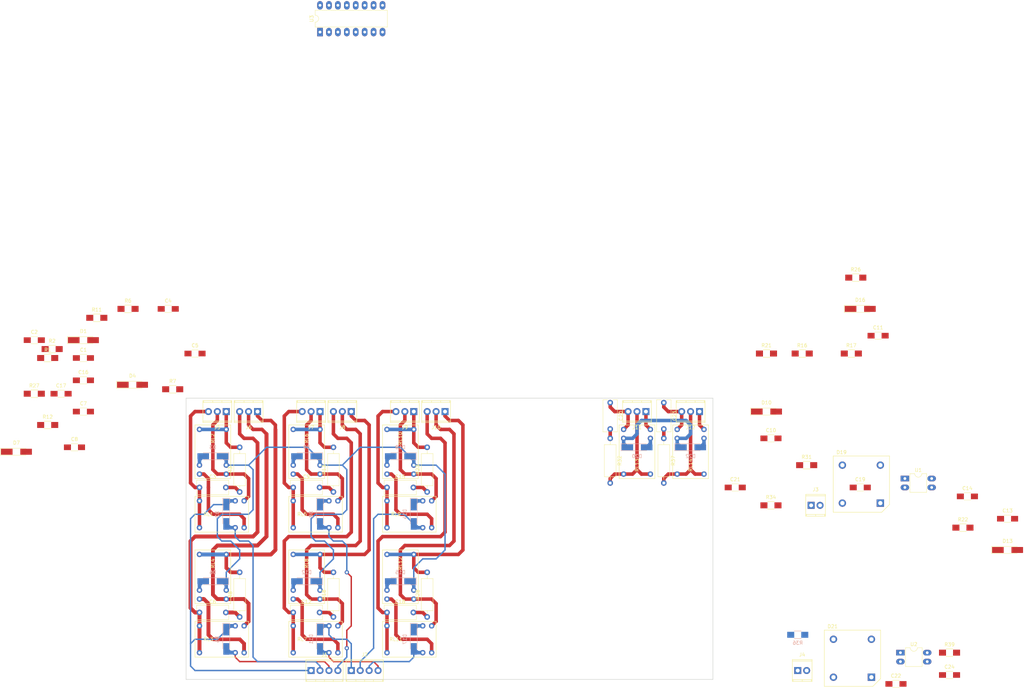
<source format=kicad_pcb>
(kicad_pcb (version 4) (host pcbnew 4.0.5)
  (layers (0 F.Cu signal) (31 B.Cu signal) (34 B.Paste user) (35 F.Paste user) (36 B.SilkS user) (37 F.SilkS user) (38 B.Mask user) (39 F.Mask user) (44 Edge.Cuts user))
  (net 0 "")
  (net 1 "Net-(C1-Pad1)")
  (net 2 GND)
  (net 3 CPU_Di0)
  (net 4 "Net-(C3-Pad1)")
  (net 5 "Net-(C3-Pad2)")
  (net 6 "Net-(C4-Pad1)")
  (net 7 CPU_Di1)
  (net 8 "Net-(C6-Pad1)")
  (net 9 "Net-(C6-Pad2)")
  (net 10 "Net-(C7-Pad1)")
  (net 11 CPU_Di2)
  (net 12 "Net-(C9-Pad1)")
  (net 13 "Net-(C9-Pad2)")
  (net 14 "Net-(C10-Pad1)")
  (net 15 CPU_Di5)
  (net 16 "Net-(C12-Pad1)")
  (net 17 "Net-(C12-Pad2)")
  (net 18 "Net-(C13-Pad1)")
  (net 19 CPU_Di3)
  (net 20 "Net-(C15-Pad1)")
  (net 21 "Net-(C15-Pad2)")
  (net 22 "Net-(C16-Pad1)")
  (net 23 CPU_Di4)
  (net 24 "Net-(C18-Pad1)")
  (net 25 "Net-(C18-Pad2)")
  (net 26 "Net-(C19-Pad1)")
  (net 27 "Net-(C19-Pad2)")
  (net 28 "Net-(C20-Pad1)")
  (net 29 "Net-(C20-Pad2)")
  (net 30 CPU_Di6)
  (net 31 "Net-(C22-Pad1)")
  (net 32 "Net-(C22-Pad2)")
  (net 33 "Net-(C23-Pad1)")
  (net 34 "Net-(C23-Pad2)")
  (net 35 CPU_Di7)
  (net 36 /Sheet_relay_pair_0/Relay_In_Plus)
  (net 37 /Sheet_relay_pair_0/Relay_In_Minus)
  (net 38 /Sheet_relay_pair_1/Relay_In_Minus)
  (net 39 /Sheet_relay_pair_2/Relay_In_Minus)
  (net 40 /Sheet_relay_pair_3/Relay_In_Plus)
  (net 41 /Sheet_relay_pair_5/Relay_In_Minus)
  (net 42 /Sheet_relay_pair_3/Relay_In_Minus)
  (net 43 /Sheet_relay_pair_4/Relay_In_Minus)
  (net 44 /Simple_Di_Do_6/DI_B)
  (net 45 "Net-(D19-Pad4)")
  (net 46 /Simple_Di_Do_7/DI_B)
  (net 47 "Net-(D21-Pad4)")
  (net 48 /Simple_Di_Do_6/Di_A)
  (net 49 /Simple_Di_Do_7/Di_A)
  (net 50 "Net-(J5-Pad1)")
  (net 51 "Net-(J5-Pad2)")
  (net 52 "Net-(J6-Pad1)")
  (net 53 "Net-(J6-Pad2)")
  (net 54 "Net-(J7-Pad1)")
  (net 55 "Net-(J7-Pad2)")
  (net 56 "Net-(J8-Pad1)")
  (net 57 "Net-(J8-Pad2)")
  (net 58 "Net-(J9-Pad1)")
  (net 59 "Net-(J9-Pad2)")
  (net 60 "Net-(J10-Pad1)")
  (net 61 "Net-(J10-Pad2)")
  (net 62 "Net-(J11-Pad2)")
  (net 63 "Net-(J12-Pad2)")
  (net 64 CPU_Do0)
  (net 65 CPU_Do1)
  (net 66 CPU_Do2)
  (net 67 CPU_Do5)
  (net 68 CPU_Do3)
  (net 69 CPU_Do6)
  (net 70 "Net-(R34-Pad1)")
  (net 71 CPU_Do7)
  (net 72 "Net-(R39-Pad1)")
  (net 73 +5V)
  (net 74 "Net-(RL1-Pad3)")
  (net 75 "Net-(RL3-Pad3)")
  (net 76 "Net-(RL5-Pad3)")
  (net 77 "Net-(RL7-Pad3)")
  (net 78 "Net-(RL10-Pad3)")
  (net 79 "Net-(RL11-Pad3)")
  (net 80 "Net-(J11-Pad1)")
  (net 81 "Net-(J12-Pad1)")
  (module dz_lib:Relay_SPDT_HK4100F (layer F.Cu) (at 104.14 63.5 270)
    (fp_text reference RL2 (at 2.54 -3.81 270) (layer F.SilkS))
    (fp_text value HK4100F)
    (pad 1 thru_hole circle (at 0 0 270) (size 1.524 1.524) (drill 0.762) (layers *.Cu *.Mask) (net 50 "Net-(J5-Pad1)"))
    (pad 6 thru_hole circle (at 0 -7.62 270) (size 1.524 1.524) (drill 0.762) (layers *.Cu *.Mask) (net 50 "Net-(J5-Pad1)"))
    (pad 2 thru_hole circle (at 10.16 0 270) (size 1.524 1.524) (drill 0.762) (layers *.Cu *.Mask) (net 64 CPU_Do0))
    (pad 3 thru_hole circle (at 12.7 0 270) (size 1.524 1.524) (drill 0.762) (layers *.Cu *.Mask) (net 74 "Net-(RL1-Pad3)"))
    (pad 5 thru_hole circle (at 10.16 -7.62 270) (size 1.524 1.524) (drill 0.762) (layers *.Cu *.Mask) (net 73 +5V))
    (pad 4 thru_hole circle (at 12.7 -7.62 270) (size 1.524 1.524) (drill 0.762) (layers *.Cu *.Mask) (net 51 "Net-(J5-Pad2)"))
  )
  (module Capacitors_SMD:C_1206_HandSoldering (layer F.Cu) (at 71.12 43.18)
    (fp_text reference C1 (at 0 -2.3) (layer F.SilkS))
    (fp_text value 0,1)
    (pad 1 smd rect (at -2 0) (size 2 1.6) (layers F.Cu F.Paste F.Mask) (net 1 "Net-(C1-Pad1)"))
    (pad 2 smd rect (at 2 0) (size 2 1.6) (layers F.Cu F.Paste F.Mask) (net 2 GND))
  )
  (module Capacitors_SMD:C_1206_HandSoldering (layer F.Cu) (at 57.15 38.1)
    (fp_text reference C2 (at 0 -2.3) (layer F.SilkS))
    (fp_text value 0,1)
    (pad 1 smd rect (at -2 0) (size 2 1.6) (layers F.Cu F.Paste F.Mask) (net 3 CPU_Di0))
    (pad 2 smd rect (at 2 0) (size 2 1.6) (layers F.Cu F.Paste F.Mask) (net 2 GND))
  )
  (module Capacitors_THT:C_Rect_L9.0mm_W4.0mm_P7.50mm_MKT (layer F.Cu) (at 104.14 80.01)
    (fp_text reference C3 (at 3.75 -3.06) (layer F.SilkS))
    (fp_text value "0,022 x 400v")
    (pad 1 thru_hole circle (at 0 0) (size 1.6 1.6) (drill 0.8) (layers *.Cu *.Mask) (net 4 "Net-(C3-Pad1)"))
    (pad 2 thru_hole circle (at 7.5 0) (size 1.6 1.6) (drill 0.8) (layers *.Cu *.Mask) (net 5 "Net-(C3-Pad2)"))
  )
  (module Capacitors_SMD:C_1206_HandSoldering (layer F.Cu) (at 95.25 29.21)
    (fp_text reference C4 (at 0 -2.3) (layer F.SilkS))
    (fp_text value 0,1)
    (pad 1 smd rect (at -2 0) (size 2 1.6) (layers F.Cu F.Paste F.Mask) (net 6 "Net-(C4-Pad1)"))
    (pad 2 smd rect (at 2 0) (size 2 1.6) (layers F.Cu F.Paste F.Mask) (net 2 GND))
  )
  (module Capacitors_SMD:C_1206_HandSoldering (layer F.Cu) (at 102.87 41.91)
    (fp_text reference C5 (at 0 -2.3) (layer F.SilkS))
    (fp_text value 0,1)
    (pad 1 smd rect (at -2 0) (size 2 1.6) (layers F.Cu F.Paste F.Mask) (net 7 CPU_Di1))
    (pad 2 smd rect (at 2 0) (size 2 1.6) (layers F.Cu F.Paste F.Mask) (net 2 GND))
  )
  (module Capacitors_THT:C_Rect_L9.0mm_W4.0mm_P7.50mm_MKT (layer F.Cu) (at 104.14 115.57)
    (fp_text reference C6 (at 3.75 -3.06) (layer F.SilkS))
    (fp_text value "0,022 x 400v")
    (pad 1 thru_hole circle (at 0 0) (size 1.6 1.6) (drill 0.8) (layers *.Cu *.Mask) (net 8 "Net-(C6-Pad1)"))
    (pad 2 thru_hole circle (at 7.5 0) (size 1.6 1.6) (drill 0.8) (layers *.Cu *.Mask) (net 9 "Net-(C6-Pad2)"))
  )
  (module Capacitors_SMD:C_1206_HandSoldering (layer F.Cu) (at 71.12 58.42)
    (fp_text reference C7 (at 0 -2.3) (layer F.SilkS))
    (fp_text value 0,1)
    (pad 1 smd rect (at -2 0) (size 2 1.6) (layers F.Cu F.Paste F.Mask) (net 10 "Net-(C7-Pad1)"))
    (pad 2 smd rect (at 2 0) (size 2 1.6) (layers F.Cu F.Paste F.Mask) (net 2 GND))
  )
  (module Capacitors_SMD:C_1206_HandSoldering (layer F.Cu) (at 68.58 68.58)
    (fp_text reference C8 (at 0 -2.3) (layer F.SilkS))
    (fp_text value 0,1)
    (pad 1 smd rect (at -2 0) (size 2 1.6) (layers F.Cu F.Paste F.Mask) (net 11 CPU_Di2))
    (pad 2 smd rect (at 2 0) (size 2 1.6) (layers F.Cu F.Paste F.Mask) (net 2 GND))
  )
  (module Capacitors_THT:C_Rect_L9.0mm_W4.0mm_P7.50mm_MKT (layer F.Cu) (at 130.81 80.01)
    (fp_text reference C9 (at 3.75 -3.06) (layer F.SilkS))
    (fp_text value "0,022 x 400v")
    (pad 1 thru_hole circle (at 0 0) (size 1.6 1.6) (drill 0.8) (layers *.Cu *.Mask) (net 12 "Net-(C9-Pad1)"))
    (pad 2 thru_hole circle (at 7.5 0) (size 1.6 1.6) (drill 0.8) (layers *.Cu *.Mask) (net 13 "Net-(C9-Pad2)"))
  )
  (module Capacitors_SMD:C_1206_HandSoldering (layer F.Cu) (at 266.7 66.04)
    (fp_text reference C10 (at 0 -2.3) (layer F.SilkS))
    (fp_text value 0,1)
    (pad 1 smd rect (at -2 0) (size 2 1.6) (layers F.Cu F.Paste F.Mask) (net 14 "Net-(C10-Pad1)"))
    (pad 2 smd rect (at 2 0) (size 2 1.6) (layers F.Cu F.Paste F.Mask) (net 2 GND))
  )
  (module Capacitors_SMD:C_1206_HandSoldering (layer F.Cu) (at 297.18 36.83)
    (fp_text reference C11 (at 0 -2.3) (layer F.SilkS))
    (fp_text value 0,1)
    (pad 1 smd rect (at -2 0) (size 2 1.6) (layers F.Cu F.Paste F.Mask) (net 15 CPU_Di5))
    (pad 2 smd rect (at 2 0) (size 2 1.6) (layers F.Cu F.Paste F.Mask) (net 2 GND))
  )
  (module Capacitors_THT:C_Rect_L9.0mm_W4.0mm_P7.50mm_MKT (layer F.Cu) (at 130.81 115.57)
    (fp_text reference C12 (at 3.75 -3.06) (layer F.SilkS))
    (fp_text value "0,022 x 400v")
    (pad 1 thru_hole circle (at 0 0) (size 1.6 1.6) (drill 0.8) (layers *.Cu *.Mask) (net 16 "Net-(C12-Pad1)"))
    (pad 2 thru_hole circle (at 7.5 0) (size 1.6 1.6) (drill 0.8) (layers *.Cu *.Mask) (net 17 "Net-(C12-Pad2)"))
  )
  (module Capacitors_SMD:C_1206_HandSoldering (layer F.Cu) (at 334.01 88.9)
    (fp_text reference C13 (at 0 -2.3) (layer F.SilkS))
    (fp_text value 0,1)
    (pad 1 smd rect (at -2 0) (size 2 1.6) (layers F.Cu F.Paste F.Mask) (net 18 "Net-(C13-Pad1)"))
    (pad 2 smd rect (at 2 0) (size 2 1.6) (layers F.Cu F.Paste F.Mask) (net 2 GND))
  )
  (module Capacitors_SMD:C_1206_HandSoldering (layer F.Cu) (at 322.58 82.55)
    (fp_text reference C14 (at 0 -2.3) (layer F.SilkS))
    (fp_text value 0,1)
    (pad 1 smd rect (at -2 0) (size 2 1.6) (layers F.Cu F.Paste F.Mask) (net 19 CPU_Di3))
    (pad 2 smd rect (at 2 0) (size 2 1.6) (layers F.Cu F.Paste F.Mask) (net 2 GND))
  )
  (module Capacitors_THT:C_Rect_L9.0mm_W4.0mm_P7.50mm_MKT (layer F.Cu) (at 157.48 80.01)
    (fp_text reference C15 (at 3.75 -3.06) (layer F.SilkS))
    (fp_text value "0,022 x 400v")
    (pad 1 thru_hole circle (at 0 0) (size 1.6 1.6) (drill 0.8) (layers *.Cu *.Mask) (net 20 "Net-(C15-Pad1)"))
    (pad 2 thru_hole circle (at 7.5 0) (size 1.6 1.6) (drill 0.8) (layers *.Cu *.Mask) (net 21 "Net-(C15-Pad2)"))
  )
  (module Capacitors_SMD:C_1206_HandSoldering (layer F.Cu) (at 71.12 49.53)
    (fp_text reference C16 (at 0 -2.3) (layer F.SilkS))
    (fp_text value 0,1)
    (pad 1 smd rect (at -2 0) (size 2 1.6) (layers F.Cu F.Paste F.Mask) (net 22 "Net-(C16-Pad1)"))
    (pad 2 smd rect (at 2 0) (size 2 1.6) (layers F.Cu F.Paste F.Mask) (net 2 GND))
  )
  (module Capacitors_SMD:C_1206_HandSoldering (layer F.Cu) (at 64.77 53.34)
    (fp_text reference C17 (at 0 -2.3) (layer F.SilkS))
    (fp_text value 0,1)
    (pad 1 smd rect (at -2 0) (size 2 1.6) (layers F.Cu F.Paste F.Mask) (net 23 CPU_Di4))
    (pad 2 smd rect (at 2 0) (size 2 1.6) (layers F.Cu F.Paste F.Mask) (net 2 GND))
  )
  (module Capacitors_THT:C_Rect_L9.0mm_W4.0mm_P7.50mm_MKT (layer F.Cu) (at 157.48 115.57)
    (fp_text reference C18 (at 3.75 -3.06) (layer F.SilkS))
    (fp_text value "0,022 x 400v")
    (pad 1 thru_hole circle (at 0 0) (size 1.6 1.6) (drill 0.8) (layers *.Cu *.Mask) (net 24 "Net-(C18-Pad1)"))
    (pad 2 thru_hole circle (at 7.5 0) (size 1.6 1.6) (drill 0.8) (layers *.Cu *.Mask) (net 25 "Net-(C18-Pad2)"))
  )
  (module Capacitors_SMD:C_1206_HandSoldering (layer F.Cu) (at 292.1 80.01)
    (fp_text reference C19 (at 0 -2.3) (layer F.SilkS))
    (fp_text value 0,1)
    (pad 1 smd rect (at -2 0) (size 2 1.6) (layers F.Cu F.Paste F.Mask) (net 26 "Net-(C19-Pad1)"))
    (pad 2 smd rect (at 2 0) (size 2 1.6) (layers F.Cu F.Paste F.Mask) (net 27 "Net-(C19-Pad2)"))
  )
  (module Capacitors_THT:C_Rect_L9.0mm_W4.0mm_P7.50mm_MKT (layer F.Cu) (at 220.98 55.88 270)
    (fp_text reference C20 (at 3.75 -3.06 270) (layer F.SilkS))
    (fp_text value "0,022 x 400v")
    (pad 1 thru_hole circle (at 0 0 270) (size 1.6 1.6) (drill 0.8) (layers *.Cu *.Mask) (net 28 "Net-(C20-Pad1)"))
    (pad 2 thru_hole circle (at 7.5 0 270) (size 1.6 1.6) (drill 0.8) (layers *.Cu *.Mask) (net 29 "Net-(C20-Pad2)"))
  )
  (module Capacitors_SMD:C_1206_HandSoldering (layer F.Cu) (at 256.54 80.01)
    (fp_text reference C21 (at 0 -2.3) (layer F.SilkS))
    (fp_text value 0,1)
    (pad 1 smd rect (at -2 0) (size 2 1.6) (layers F.Cu F.Paste F.Mask) (net 30 CPU_Di6))
    (pad 2 smd rect (at 2 0) (size 2 1.6) (layers F.Cu F.Paste F.Mask) (net 2 GND))
  )
  (module Capacitors_SMD:C_1206_HandSoldering (layer F.Cu) (at 302.26 135.89)
    (fp_text reference C22 (at 0 -2.3) (layer F.SilkS))
    (fp_text value 0,1)
    (pad 1 smd rect (at -2 0) (size 2 1.6) (layers F.Cu F.Paste F.Mask) (net 31 "Net-(C22-Pad1)"))
    (pad 2 smd rect (at 2 0) (size 2 1.6) (layers F.Cu F.Paste F.Mask) (net 32 "Net-(C22-Pad2)"))
  )
  (module Capacitors_THT:C_Rect_L9.0mm_W4.0mm_P7.50mm_MKT (layer F.Cu) (at 236.22 55.88 270)
    (fp_text reference C23 (at 3.75 -3.06 270) (layer F.SilkS))
    (fp_text value "0,022 x 400v")
    (pad 1 thru_hole circle (at 0 0 270) (size 1.6 1.6) (drill 0.8) (layers *.Cu *.Mask) (net 33 "Net-(C23-Pad1)"))
    (pad 2 thru_hole circle (at 7.5 0 270) (size 1.6 1.6) (drill 0.8) (layers *.Cu *.Mask) (net 34 "Net-(C23-Pad2)"))
  )
  (module Capacitors_SMD:C_1206_HandSoldering (layer F.Cu) (at 317.5 133.35)
    (fp_text reference C24 (at 0 -2.3) (layer F.SilkS))
    (fp_text value 0,1)
    (pad 1 smd rect (at -2 0) (size 2 1.6) (layers F.Cu F.Paste F.Mask) (net 35 CPU_Di7))
    (pad 2 smd rect (at 2 0) (size 2 1.6) (layers F.Cu F.Paste F.Mask) (net 2 GND))
  )
  (module Diodes_SMD:D_MiniMELF_Handsoldering (layer F.Cu) (at 71.12 38.1)
    (fp_text reference D1 (at 0 -2.54) (layer F.SilkS))
    (fp_text value 4v7)
    (pad 1 smd rect (at -2.75 0) (size 3.3 1.7) (layers F.Cu F.Paste F.Mask) (net 1 "Net-(C1-Pad1)"))
    (pad 2 smd rect (at 2.75 0) (size 3.3 1.7) (layers F.Cu F.Paste F.Mask) (net 2 GND))
  )
  (module Diodes_SMD:D_MiniMELF_Handsoldering (layer B.Cu) (at 111.76 87.63 270)
    (fp_text reference D2 (at 0 2.54 270) (layer B.SilkS) (effects (justify mirror)))
    (fp_text value 1n4148)
    (pad 1 smd rect (at -2.75 0 270) (size 3.3 1.7) (layers B.Cu B.Paste B.Mask) (net 36 /Sheet_relay_pair_0/Relay_In_Plus))
    (pad 2 smd rect (at 2.75 0 270) (size 3.3 1.7) (layers B.Cu B.Paste B.Mask) (net 37 /Sheet_relay_pair_0/Relay_In_Minus))
  )
  (module Diodes_SMD:D_MiniMELF_Handsoldering (layer B.Cu) (at 107.95 71.12 180)
    (fp_text reference D3 (at 0 2.54 180) (layer B.SilkS) (effects (justify mirror)))
    (fp_text value 1n4148)
    (pad 1 smd rect (at -2.75 0 180) (size 3.3 1.7) (layers B.Cu B.Paste B.Mask) (net 73 +5V))
    (pad 2 smd rect (at 2.75 0 180) (size 3.3 1.7) (layers B.Cu B.Paste B.Mask) (net 64 CPU_Do0))
  )
  (module Diodes_SMD:D_MiniMELF_Handsoldering (layer F.Cu) (at 85.09 50.8)
    (fp_text reference D4 (at 0 -2.54) (layer F.SilkS))
    (fp_text value 4v7)
    (pad 1 smd rect (at -2.75 0) (size 3.3 1.7) (layers F.Cu F.Paste F.Mask) (net 6 "Net-(C4-Pad1)"))
    (pad 2 smd rect (at 2.75 0) (size 3.3 1.7) (layers F.Cu F.Paste F.Mask) (net 2 GND))
  )
  (module Diodes_SMD:D_MiniMELF_Handsoldering (layer B.Cu) (at 111.76 123.19 270)
    (fp_text reference D5 (at 0 2.54 270) (layer B.SilkS) (effects (justify mirror)))
    (fp_text value 1n4148)
    (pad 1 smd rect (at -2.75 0 270) (size 3.3 1.7) (layers B.Cu B.Paste B.Mask) (net 36 /Sheet_relay_pair_0/Relay_In_Plus))
    (pad 2 smd rect (at 2.75 0 270) (size 3.3 1.7) (layers B.Cu B.Paste B.Mask) (net 38 /Sheet_relay_pair_1/Relay_In_Minus))
  )
  (module Diodes_SMD:D_MiniMELF_Handsoldering (layer B.Cu) (at 107.95 106.68 180)
    (fp_text reference D6 (at 0 2.54 180) (layer B.SilkS) (effects (justify mirror)))
    (fp_text value 1n4148)
    (pad 1 smd rect (at -2.75 0 180) (size 3.3 1.7) (layers B.Cu B.Paste B.Mask) (net 73 +5V))
    (pad 2 smd rect (at 2.75 0 180) (size 3.3 1.7) (layers B.Cu B.Paste B.Mask) (net 65 CPU_Do1))
  )
  (module Diodes_SMD:D_MiniMELF_Handsoldering (layer F.Cu) (at 52.07 69.85)
    (fp_text reference D7 (at 0 -2.54) (layer F.SilkS))
    (fp_text value 4v7)
    (pad 1 smd rect (at -2.75 0) (size 3.3 1.7) (layers F.Cu F.Paste F.Mask) (net 10 "Net-(C7-Pad1)"))
    (pad 2 smd rect (at 2.75 0) (size 3.3 1.7) (layers F.Cu F.Paste F.Mask) (net 2 GND))
  )
  (module Diodes_SMD:D_MiniMELF_Handsoldering (layer B.Cu) (at 138.43 87.63 270)
    (fp_text reference D8 (at 0 2.54 270) (layer B.SilkS) (effects (justify mirror)))
    (fp_text value 1n4148)
    (pad 1 smd rect (at -2.75 0 270) (size 3.3 1.7) (layers B.Cu B.Paste B.Mask) (net 36 /Sheet_relay_pair_0/Relay_In_Plus))
    (pad 2 smd rect (at 2.75 0 270) (size 3.3 1.7) (layers B.Cu B.Paste B.Mask) (net 39 /Sheet_relay_pair_2/Relay_In_Minus))
  )
  (module Diodes_SMD:D_MiniMELF_Handsoldering (layer B.Cu) (at 134.62 71.12 180)
    (fp_text reference D9 (at 0 2.54 180) (layer B.SilkS) (effects (justify mirror)))
    (fp_text value 1n4148)
    (pad 1 smd rect (at -2.75 0 180) (size 3.3 1.7) (layers B.Cu B.Paste B.Mask) (net 73 +5V))
    (pad 2 smd rect (at 2.75 0 180) (size 3.3 1.7) (layers B.Cu B.Paste B.Mask) (net 66 CPU_Do2))
  )
  (module Diodes_SMD:D_MiniMELF_Handsoldering (layer F.Cu) (at 265.43 58.42)
    (fp_text reference D10 (at 0 -2.54) (layer F.SilkS))
    (fp_text value 4v7)
    (pad 1 smd rect (at -2.75 0) (size 3.3 1.7) (layers F.Cu F.Paste F.Mask) (net 14 "Net-(C10-Pad1)"))
    (pad 2 smd rect (at 2.75 0) (size 3.3 1.7) (layers F.Cu F.Paste F.Mask) (net 2 GND))
  )
  (module Diodes_SMD:D_MiniMELF_Handsoldering (layer B.Cu) (at 138.43 123.19 270)
    (fp_text reference D11 (at 0 2.54 270) (layer B.SilkS) (effects (justify mirror)))
    (fp_text value 1n4148)
    (pad 1 smd rect (at -2.75 0 270) (size 3.3 1.7) (layers B.Cu B.Paste B.Mask) (net 40 /Sheet_relay_pair_3/Relay_In_Plus))
    (pad 2 smd rect (at 2.75 0 270) (size 3.3 1.7) (layers B.Cu B.Paste B.Mask) (net 41 /Sheet_relay_pair_5/Relay_In_Minus))
  )
  (module Diodes_SMD:D_MiniMELF_Handsoldering (layer B.Cu) (at 134.62 106.68 180)
    (fp_text reference D12 (at 0 2.54 180) (layer B.SilkS) (effects (justify mirror)))
    (fp_text value 1n4148)
    (pad 1 smd rect (at -2.75 0 180) (size 3.3 1.7) (layers B.Cu B.Paste B.Mask) (net 73 +5V))
    (pad 2 smd rect (at 2.75 0 180) (size 3.3 1.7) (layers B.Cu B.Paste B.Mask) (net 67 CPU_Do5))
  )
  (module Diodes_SMD:D_MiniMELF_Handsoldering (layer F.Cu) (at 334.01 97.79)
    (fp_text reference D13 (at 0 -2.54) (layer F.SilkS))
    (fp_text value 4v7)
    (pad 1 smd rect (at -2.75 0) (size 3.3 1.7) (layers F.Cu F.Paste F.Mask) (net 18 "Net-(C13-Pad1)"))
    (pad 2 smd rect (at 2.75 0) (size 3.3 1.7) (layers F.Cu F.Paste F.Mask) (net 2 GND))
  )
  (module Diodes_SMD:D_MiniMELF_Handsoldering (layer B.Cu) (at 165.1 87.63 270)
    (fp_text reference D14 (at 0 2.54 270) (layer B.SilkS) (effects (justify mirror)))
    (fp_text value 1n4148)
    (pad 1 smd rect (at -2.75 0 270) (size 3.3 1.7) (layers B.Cu B.Paste B.Mask) (net 40 /Sheet_relay_pair_3/Relay_In_Plus))
    (pad 2 smd rect (at 2.75 0 270) (size 3.3 1.7) (layers B.Cu B.Paste B.Mask) (net 42 /Sheet_relay_pair_3/Relay_In_Minus))
  )
  (module Diodes_SMD:D_MiniMELF_Handsoldering (layer B.Cu) (at 161.29 106.68 180)
    (fp_text reference D15 (at 0 2.54 180) (layer B.SilkS) (effects (justify mirror)))
    (fp_text value 1n4148)
    (pad 1 smd rect (at -2.75 0 180) (size 3.3 1.7) (layers B.Cu B.Paste B.Mask) (net 73 +5V))
    (pad 2 smd rect (at 2.75 0 180) (size 3.3 1.7) (layers B.Cu B.Paste B.Mask) (net 68 CPU_Do3))
  )
  (module Diodes_SMD:D_MiniMELF_Handsoldering (layer F.Cu) (at 292.1 29.21)
    (fp_text reference D16 (at 0 -2.54) (layer F.SilkS))
    (fp_text value 4v7)
    (pad 1 smd rect (at -2.75 0) (size 3.3 1.7) (layers F.Cu F.Paste F.Mask) (net 22 "Net-(C16-Pad1)"))
    (pad 2 smd rect (at 2.75 0) (size 3.3 1.7) (layers F.Cu F.Paste F.Mask) (net 2 GND))
  )
  (module Diodes_SMD:D_MiniMELF_Handsoldering (layer B.Cu) (at 165.1 123.19 270)
    (fp_text reference D17 (at 0 2.54 270) (layer B.SilkS) (effects (justify mirror)))
    (fp_text value 1n4148)
    (pad 1 smd rect (at -2.75 0 270) (size 3.3 1.7) (layers B.Cu B.Paste B.Mask) (net 40 /Sheet_relay_pair_3/Relay_In_Plus))
    (pad 2 smd rect (at 2.75 0 270) (size 3.3 1.7) (layers B.Cu B.Paste B.Mask) (net 43 /Sheet_relay_pair_4/Relay_In_Minus))
  )
  (module Diodes_SMD:D_MiniMELF_Handsoldering (layer B.Cu) (at 161.29 71.12 180)
    (fp_text reference D18 (at 0 2.54 180) (layer B.SilkS) (effects (justify mirror)))
    (fp_text value 1n4148)
    (pad 1 smd rect (at -2.75 0 180) (size 3.3 1.7) (layers B.Cu B.Paste B.Mask) (net 73 +5V))
    (pad 2 smd rect (at 2.75 0 180) (size 3.3 1.7) (layers B.Cu B.Paste B.Mask) (net 68 CPU_Do3))
  )
  (module Diodes_THT:Diode_Bridge_15.7x15.7 (layer F.Cu) (at 287.02 73.66)
    (fp_text reference D19 (at -0.25 -3.65) (layer F.SilkS))
    (fp_text value D_Bridge_-A+A)
    (pad 1 thru_hole circle (at 0 0) (size 2.1 2.1) (drill 1.2) (layers *.Cu *.Mask) (net 27 "Net-(C19-Pad2)"))
    (pad 2 thru_hole circle (at 0 10.8) (size 2.1 2.1) (drill 1.2) (layers *.Cu *.Mask) (net 44 /Simple_Di_Do_6/DI_B))
    (pad 3 thru_hole rect (at 10.8 10.8) (size 2.1 2.1) (drill 1.2) (layers *.Cu *.Mask) (net 26 "Net-(C19-Pad1)"))
    (pad 4 thru_hole circle (at 10.8 0) (size 2.1 2.1) (drill 1.2) (layers *.Cu *.Mask) (net 45 "Net-(D19-Pad4)"))
  )
  (module Diodes_SMD:D_MiniMELF_Handsoldering (layer B.Cu) (at 228.6 68.58)
    (fp_text reference D20 (at 0 2.54) (layer B.SilkS) (effects (justify mirror)))
    (fp_text value 1N4148)
    (pad 1 smd rect (at -2.75 0) (size 3.3 1.7) (layers B.Cu B.Paste B.Mask) (net 73 +5V))
    (pad 2 smd rect (at 2.75 0) (size 3.3 1.7) (layers B.Cu B.Paste B.Mask) (net 69 CPU_Do6))
  )
  (module Diodes_THT:Diode_Bridge_15.7x15.7 (layer F.Cu) (at 284.48 123.19)
    (fp_text reference D21 (at -0.25 -3.65) (layer F.SilkS))
    (fp_text value D_Bridge_-A+A)
    (pad 1 thru_hole circle (at 0 0) (size 2.1 2.1) (drill 1.2) (layers *.Cu *.Mask) (net 32 "Net-(C22-Pad2)"))
    (pad 2 thru_hole circle (at 0 10.8) (size 2.1 2.1) (drill 1.2) (layers *.Cu *.Mask) (net 46 /Simple_Di_Do_7/DI_B))
    (pad 3 thru_hole rect (at 10.8 10.8) (size 2.1 2.1) (drill 1.2) (layers *.Cu *.Mask) (net 31 "Net-(C22-Pad1)"))
    (pad 4 thru_hole circle (at 10.8 0) (size 2.1 2.1) (drill 1.2) (layers *.Cu *.Mask) (net 47 "Net-(D21-Pad4)"))
  )
  (module Diodes_SMD:D_MiniMELF_Handsoldering (layer B.Cu) (at 243.84 68.58)
    (fp_text reference D22 (at 0 2.54) (layer B.SilkS) (effects (justify mirror)))
    (fp_text value 1N4148)
    (pad 1 smd rect (at -2.75 0) (size 3.3 1.7) (layers B.Cu B.Paste B.Mask) (net 73 +5V))
    (pad 2 smd rect (at 2.75 0) (size 3.3 1.7) (layers B.Cu B.Paste B.Mask) (net 71 CPU_Do7))
  )
  (module Connectors_Terminal_Blocks:TerminalBlock_Pheonix_MPT-2.54mm_4pol (layer F.Cu) (at 135.89 132.08)
    (fp_text reference J1 (at 3.81 -4.50088) (layer F.SilkS))
    (fp_text value Di0-2)
    (pad 4 thru_hole oval (at 7.62 0 180) (size 1.99898 1.99898) (drill 1.09728) (layers *.Cu *.Mask) (net 39 /Sheet_relay_pair_2/Relay_In_Minus))
    (pad 1 thru_hole rect (at 0 0 180) (size 1.99898 1.99898) (drill 1.09728) (layers *.Cu *.Mask) (net 36 /Sheet_relay_pair_0/Relay_In_Plus))
    (pad 2 thru_hole oval (at 2.54 0 180) (size 1.99898 1.99898) (drill 1.09728) (layers *.Cu *.Mask) (net 37 /Sheet_relay_pair_0/Relay_In_Minus))
    (pad 3 thru_hole oval (at 5.08 0 180) (size 1.99898 1.99898) (drill 1.09728) (layers *.Cu *.Mask) (net 38 /Sheet_relay_pair_1/Relay_In_Minus))
  )
  (module Connectors_Terminal_Blocks:TerminalBlock_Pheonix_MPT-2.54mm_4pol (layer F.Cu) (at 147.32 132.08)
    (fp_text reference J2 (at 3.81 -4.50088) (layer F.SilkS))
    (fp_text value Di3-5)
    (pad 4 thru_hole oval (at 7.62 0 180) (size 1.99898 1.99898) (drill 1.09728) (layers *.Cu *.Mask) (net 41 /Sheet_relay_pair_5/Relay_In_Minus))
    (pad 1 thru_hole rect (at 0 0 180) (size 1.99898 1.99898) (drill 1.09728) (layers *.Cu *.Mask) (net 40 /Sheet_relay_pair_3/Relay_In_Plus))
    (pad 2 thru_hole oval (at 2.54 0 180) (size 1.99898 1.99898) (drill 1.09728) (layers *.Cu *.Mask) (net 42 /Sheet_relay_pair_3/Relay_In_Minus))
    (pad 3 thru_hole oval (at 5.08 0 180) (size 1.99898 1.99898) (drill 1.09728) (layers *.Cu *.Mask) (net 43 /Sheet_relay_pair_4/Relay_In_Minus))
  )
  (module Connectors_Terminal_Blocks:TerminalBlock_Pheonix_MPT-2.54mm_2pol (layer F.Cu) (at 278.13 85.09)
    (fp_text reference J3 (at 1.27 -4.50088) (layer F.SilkS))
    (fp_text value Di_6)
    (pad 2 thru_hole oval (at 2.54 0) (size 1.99898 1.99898) (drill 1.09728) (layers *.Cu *.Mask) (net 44 /Simple_Di_Do_6/DI_B))
    (pad 1 thru_hole rect (at 0 0) (size 1.99898 1.99898) (drill 1.09728) (layers *.Cu *.Mask) (net 48 /Simple_Di_Do_6/Di_A))
  )
  (module Connectors_Terminal_Blocks:TerminalBlock_Pheonix_MPT-2.54mm_2pol (layer F.Cu) (at 274.32 132.08)
    (fp_text reference J4 (at 1.27 -4.50088) (layer F.SilkS))
    (fp_text value Di_7)
    (pad 2 thru_hole oval (at 2.54 0) (size 1.99898 1.99898) (drill 1.09728) (layers *.Cu *.Mask) (net 46 /Simple_Di_Do_7/DI_B))
    (pad 1 thru_hole rect (at 0 0) (size 1.99898 1.99898) (drill 1.09728) (layers *.Cu *.Mask) (net 49 /Simple_Di_Do_7/Di_A))
  )
  (module Connectors_Terminal_Blocks:TerminalBlock_Pheonix_MPT-2.54mm_3pol (layer F.Cu) (at 111.76 58.42 180)
    (fp_text reference J5 (at 2.54 -4.50088 180) (layer F.SilkS))
    (fp_text value Do_Adv)
    (pad 3 thru_hole oval (at 5.08 0 180) (size 1.99898 1.99898) (drill 1.09728) (layers *.Cu *.Mask) (net 4 "Net-(C3-Pad1)"))
    (pad 1 thru_hole rect (at 0 0 180) (size 1.99898 1.99898) (drill 1.09728) (layers *.Cu *.Mask) (net 50 "Net-(J5-Pad1)"))
    (pad 2 thru_hole oval (at 2.54 0 180) (size 1.99898 1.99898) (drill 1.09728) (layers *.Cu *.Mask) (net 51 "Net-(J5-Pad2)"))
  )
  (module Connectors_Terminal_Blocks:TerminalBlock_Pheonix_MPT-2.54mm_3pol (layer F.Cu) (at 120.65 58.42 180)
    (fp_text reference J6 (at 2.54 -4.50088 180) (layer F.SilkS))
    (fp_text value Do_Adv)
    (pad 3 thru_hole oval (at 5.08 0 180) (size 1.99898 1.99898) (drill 1.09728) (layers *.Cu *.Mask) (net 8 "Net-(C6-Pad1)"))
    (pad 1 thru_hole rect (at 0 0 180) (size 1.99898 1.99898) (drill 1.09728) (layers *.Cu *.Mask) (net 52 "Net-(J6-Pad1)"))
    (pad 2 thru_hole oval (at 2.54 0 180) (size 1.99898 1.99898) (drill 1.09728) (layers *.Cu *.Mask) (net 53 "Net-(J6-Pad2)"))
  )
  (module Connectors_Terminal_Blocks:TerminalBlock_Pheonix_MPT-2.54mm_3pol (layer F.Cu) (at 138.43 58.42 180)
    (fp_text reference J7 (at 2.54 -4.50088 180) (layer F.SilkS))
    (fp_text value Do_Adv)
    (pad 3 thru_hole oval (at 5.08 0 180) (size 1.99898 1.99898) (drill 1.09728) (layers *.Cu *.Mask) (net 12 "Net-(C9-Pad1)"))
    (pad 1 thru_hole rect (at 0 0 180) (size 1.99898 1.99898) (drill 1.09728) (layers *.Cu *.Mask) (net 54 "Net-(J7-Pad1)"))
    (pad 2 thru_hole oval (at 2.54 0 180) (size 1.99898 1.99898) (drill 1.09728) (layers *.Cu *.Mask) (net 55 "Net-(J7-Pad2)"))
  )
  (module Connectors_Terminal_Blocks:TerminalBlock_Pheonix_MPT-2.54mm_3pol (layer F.Cu) (at 147.32 58.42 180)
    (fp_text reference J8 (at 2.54 -4.50088 180) (layer F.SilkS))
    (fp_text value Do_Adv)
    (pad 3 thru_hole oval (at 5.08 0 180) (size 1.99898 1.99898) (drill 1.09728) (layers *.Cu *.Mask) (net 16 "Net-(C12-Pad1)"))
    (pad 1 thru_hole rect (at 0 0 180) (size 1.99898 1.99898) (drill 1.09728) (layers *.Cu *.Mask) (net 56 "Net-(J8-Pad1)"))
    (pad 2 thru_hole oval (at 2.54 0 180) (size 1.99898 1.99898) (drill 1.09728) (layers *.Cu *.Mask) (net 57 "Net-(J8-Pad2)"))
  )
  (module Connectors_Terminal_Blocks:TerminalBlock_Pheonix_MPT-2.54mm_3pol (layer F.Cu) (at 165.1 58.42 180)
    (fp_text reference J9 (at 2.54 -4.50088 180) (layer F.SilkS))
    (fp_text value Do_Adv)
    (pad 3 thru_hole oval (at 5.08 0 180) (size 1.99898 1.99898) (drill 1.09728) (layers *.Cu *.Mask) (net 20 "Net-(C15-Pad1)"))
    (pad 1 thru_hole rect (at 0 0 180) (size 1.99898 1.99898) (drill 1.09728) (layers *.Cu *.Mask) (net 58 "Net-(J9-Pad1)"))
    (pad 2 thru_hole oval (at 2.54 0 180) (size 1.99898 1.99898) (drill 1.09728) (layers *.Cu *.Mask) (net 59 "Net-(J9-Pad2)"))
  )
  (module Connectors_Terminal_Blocks:TerminalBlock_Pheonix_MPT-2.54mm_3pol (layer F.Cu) (at 173.99 58.42 180)
    (fp_text reference J10 (at 2.54 -4.50088 180) (layer F.SilkS))
    (fp_text value Do_Adv)
    (pad 3 thru_hole oval (at 5.08 0 180) (size 1.99898 1.99898) (drill 1.09728) (layers *.Cu *.Mask) (net 24 "Net-(C18-Pad1)"))
    (pad 1 thru_hole rect (at 0 0 180) (size 1.99898 1.99898) (drill 1.09728) (layers *.Cu *.Mask) (net 60 "Net-(J10-Pad1)"))
    (pad 2 thru_hole oval (at 2.54 0 180) (size 1.99898 1.99898) (drill 1.09728) (layers *.Cu *.Mask) (net 61 "Net-(J10-Pad2)"))
  )
  (module Connectors_Terminal_Blocks:TerminalBlock_Pheonix_MPT-2.54mm_3pol (layer F.Cu) (at 231.14 58.42 180)
    (fp_text reference J11 (at 2.54 -4.50088 180) (layer F.SilkS))
    (fp_text value Do)
    (pad 3 thru_hole oval (at 5.08 0 180) (size 1.99898 1.99898) (drill 1.09728) (layers *.Cu *.Mask) (net 28 "Net-(C20-Pad1)"))
    (pad 1 thru_hole rect (at 0 0 180) (size 1.99898 1.99898) (drill 1.09728) (layers *.Cu *.Mask) (net 80 "Net-(J11-Pad1)"))
    (pad 2 thru_hole oval (at 2.54 0 180) (size 1.99898 1.99898) (drill 1.09728) (layers *.Cu *.Mask) (net 62 "Net-(J11-Pad2)"))
  )
  (module Connectors_Terminal_Blocks:TerminalBlock_Pheonix_MPT-2.54mm_3pol (layer F.Cu) (at 246.38 58.42 180)
    (fp_text reference J12 (at 2.54 -4.50088 180) (layer F.SilkS))
    (fp_text value Do)
    (pad 3 thru_hole oval (at 5.08 0 180) (size 1.99898 1.99898) (drill 1.09728) (layers *.Cu *.Mask) (net 33 "Net-(C23-Pad1)"))
    (pad 1 thru_hole rect (at 0 0 180) (size 1.99898 1.99898) (drill 1.09728) (layers *.Cu *.Mask) (net 81 "Net-(J12-Pad1)"))
    (pad 2 thru_hole oval (at 2.54 0 180) (size 1.99898 1.99898) (drill 1.09728) (layers *.Cu *.Mask) (net 63 "Net-(J12-Pad2)"))
  )
  (module Resistors_SMD:R_1206_HandSoldering (layer F.Cu) (at 60.96 43.18)
    (fp_text reference R1 (at 0 -2.3) (layer F.SilkS))
    (fp_text value 22k)
    (pad 1 smd rect (at -2 0) (size 2 1.7) (layers F.Cu F.Paste F.Mask) (net 37 /Sheet_relay_pair_0/Relay_In_Minus))
    (pad 2 smd rect (at 2 0) (size 2 1.7) (layers F.Cu F.Paste F.Mask) (net 1 "Net-(C1-Pad1)"))
  )
  (module Resistors_SMD:R_1206_HandSoldering (layer F.Cu) (at 62.23 40.64)
    (fp_text reference R2 (at 0 -2.3) (layer F.SilkS))
    (fp_text value 1k)
    (pad 1 smd rect (at -2 0) (size 2 1.7) (layers F.Cu F.Paste F.Mask) (net 1 "Net-(C1-Pad1)"))
    (pad 2 smd rect (at 2 0) (size 2 1.7) (layers F.Cu F.Paste F.Mask) (net 3 CPU_Di0))
  )
  (module Resistors_THT:R_Axial_DIN0309_L9.0mm_D3.2mm_P12.70mm_Horizontal (layer F.Cu) (at 115.57 81.28 90)
    (fp_text reference R3 (at 6.35 -2.66 90) (layer F.SilkS))
    (fp_text value "100 1w")
    (pad 1 thru_hole circle (at 0 0 90) (size 1.6 1.6) (drill 0.8) (layers *.Cu *.Mask) (net 5 "Net-(C3-Pad2)"))
    (pad 2 thru_hole oval (at 12.7 0 90) (size 1.6 1.6) (drill 0.8) (layers *.Cu *.Mask) (net 50 "Net-(J5-Pad1)"))
  )
  (module Resistors_SMD:R_1206_HandSoldering (layer F.Cu) (at 83.82 29.21)
    (fp_text reference R6 (at 0 -2.3) (layer F.SilkS))
    (fp_text value 22k)
    (pad 1 smd rect (at -2 0) (size 2 1.7) (layers F.Cu F.Paste F.Mask) (net 38 /Sheet_relay_pair_1/Relay_In_Minus))
    (pad 2 smd rect (at 2 0) (size 2 1.7) (layers F.Cu F.Paste F.Mask) (net 6 "Net-(C4-Pad1)"))
  )
  (module Resistors_SMD:R_1206_HandSoldering (layer F.Cu) (at 96.52 52.07)
    (fp_text reference R7 (at 0 -2.3) (layer F.SilkS))
    (fp_text value 1k)
    (pad 1 smd rect (at -2 0) (size 2 1.7) (layers F.Cu F.Paste F.Mask) (net 6 "Net-(C4-Pad1)"))
    (pad 2 smd rect (at 2 0) (size 2 1.7) (layers F.Cu F.Paste F.Mask) (net 7 CPU_Di1))
  )
  (module Resistors_THT:R_Axial_DIN0309_L9.0mm_D3.2mm_P12.70mm_Horizontal (layer F.Cu) (at 115.57 116.84 90)
    (fp_text reference R8 (at 6.35 -2.66 90) (layer F.SilkS))
    (fp_text value "100 1w")
    (pad 1 thru_hole circle (at 0 0 90) (size 1.6 1.6) (drill 0.8) (layers *.Cu *.Mask) (net 9 "Net-(C6-Pad2)"))
    (pad 2 thru_hole oval (at 12.7 0 90) (size 1.6 1.6) (drill 0.8) (layers *.Cu *.Mask) (net 52 "Net-(J6-Pad1)"))
  )
  (module Resistors_SMD:R_1206_HandSoldering (layer F.Cu) (at 74.93 31.75)
    (fp_text reference R11 (at 0 -2.3) (layer F.SilkS))
    (fp_text value 22k)
    (pad 1 smd rect (at -2 0) (size 2 1.7) (layers F.Cu F.Paste F.Mask) (net 39 /Sheet_relay_pair_2/Relay_In_Minus))
    (pad 2 smd rect (at 2 0) (size 2 1.7) (layers F.Cu F.Paste F.Mask) (net 10 "Net-(C7-Pad1)"))
  )
  (module Resistors_SMD:R_1206_HandSoldering (layer F.Cu) (at 60.96 62.23)
    (fp_text reference R12 (at 0 -2.3) (layer F.SilkS))
    (fp_text value 1k)
    (pad 1 smd rect (at -2 0) (size 2 1.7) (layers F.Cu F.Paste F.Mask) (net 10 "Net-(C7-Pad1)"))
    (pad 2 smd rect (at 2 0) (size 2 1.7) (layers F.Cu F.Paste F.Mask) (net 11 CPU_Di2))
  )
  (module Resistors_THT:R_Axial_DIN0309_L9.0mm_D3.2mm_P12.70mm_Horizontal (layer F.Cu) (at 142.24 81.28 90)
    (fp_text reference R13 (at 6.35 -2.66 90) (layer F.SilkS))
    (fp_text value "100 1w")
    (pad 1 thru_hole circle (at 0 0 90) (size 1.6 1.6) (drill 0.8) (layers *.Cu *.Mask) (net 13 "Net-(C9-Pad2)"))
    (pad 2 thru_hole oval (at 12.7 0 90) (size 1.6 1.6) (drill 0.8) (layers *.Cu *.Mask) (net 54 "Net-(J7-Pad1)"))
  )
  (module Resistors_SMD:R_1206_HandSoldering (layer F.Cu) (at 275.59 41.91)
    (fp_text reference R16 (at 0 -2.3) (layer F.SilkS))
    (fp_text value 22k)
    (pad 1 smd rect (at -2 0) (size 2 1.7) (layers F.Cu F.Paste F.Mask) (net 41 /Sheet_relay_pair_5/Relay_In_Minus))
    (pad 2 smd rect (at 2 0) (size 2 1.7) (layers F.Cu F.Paste F.Mask) (net 14 "Net-(C10-Pad1)"))
  )
  (module Resistors_SMD:R_1206_HandSoldering (layer F.Cu) (at 289.56 41.91)
    (fp_text reference R17 (at 0 -2.3) (layer F.SilkS))
    (fp_text value 1k)
    (pad 1 smd rect (at -2 0) (size 2 1.7) (layers F.Cu F.Paste F.Mask) (net 14 "Net-(C10-Pad1)"))
    (pad 2 smd rect (at 2 0) (size 2 1.7) (layers F.Cu F.Paste F.Mask) (net 15 CPU_Di5))
  )
  (module Resistors_THT:R_Axial_DIN0309_L9.0mm_D3.2mm_P12.70mm_Horizontal (layer F.Cu) (at 142.24 116.84 90)
    (fp_text reference R18 (at 6.35 -2.66 90) (layer F.SilkS))
    (fp_text value "100 1w")
    (pad 1 thru_hole circle (at 0 0 90) (size 1.6 1.6) (drill 0.8) (layers *.Cu *.Mask) (net 17 "Net-(C12-Pad2)"))
    (pad 2 thru_hole oval (at 12.7 0 90) (size 1.6 1.6) (drill 0.8) (layers *.Cu *.Mask) (net 56 "Net-(J8-Pad1)"))
  )
  (module Resistors_SMD:R_1206_HandSoldering (layer F.Cu) (at 265.43 41.91)
    (fp_text reference R21 (at 0 -2.3) (layer F.SilkS))
    (fp_text value 22k)
    (pad 1 smd rect (at -2 0) (size 2 1.7) (layers F.Cu F.Paste F.Mask) (net 42 /Sheet_relay_pair_3/Relay_In_Minus))
    (pad 2 smd rect (at 2 0) (size 2 1.7) (layers F.Cu F.Paste F.Mask) (net 18 "Net-(C13-Pad1)"))
  )
  (module Resistors_SMD:R_1206_HandSoldering (layer F.Cu) (at 321.31 91.44)
    (fp_text reference R22 (at 0 -2.3) (layer F.SilkS))
    (fp_text value 1k)
    (pad 1 smd rect (at -2 0) (size 2 1.7) (layers F.Cu F.Paste F.Mask) (net 18 "Net-(C13-Pad1)"))
    (pad 2 smd rect (at 2 0) (size 2 1.7) (layers F.Cu F.Paste F.Mask) (net 19 CPU_Di3))
  )
  (module Resistors_THT:R_Axial_DIN0309_L9.0mm_D3.2mm_P12.70mm_Horizontal (layer F.Cu) (at 168.91 81.28 90)
    (fp_text reference R23 (at 6.35 -2.66 90) (layer F.SilkS))
    (fp_text value "100 1w")
    (pad 1 thru_hole circle (at 0 0 90) (size 1.6 1.6) (drill 0.8) (layers *.Cu *.Mask) (net 21 "Net-(C15-Pad2)"))
    (pad 2 thru_hole oval (at 12.7 0 90) (size 1.6 1.6) (drill 0.8) (layers *.Cu *.Mask) (net 58 "Net-(J9-Pad1)"))
  )
  (module Resistors_SMD:R_1206_HandSoldering (layer F.Cu) (at 290.83 20.32)
    (fp_text reference R26 (at 0 -2.3) (layer F.SilkS))
    (fp_text value 22k)
    (pad 1 smd rect (at -2 0) (size 2 1.7) (layers F.Cu F.Paste F.Mask) (net 43 /Sheet_relay_pair_4/Relay_In_Minus))
    (pad 2 smd rect (at 2 0) (size 2 1.7) (layers F.Cu F.Paste F.Mask) (net 22 "Net-(C16-Pad1)"))
  )
  (module Resistors_SMD:R_1206_HandSoldering (layer F.Cu) (at 57.15 53.34)
    (fp_text reference R27 (at 0 -2.3) (layer F.SilkS))
    (fp_text value 1k)
    (pad 1 smd rect (at -2 0) (size 2 1.7) (layers F.Cu F.Paste F.Mask) (net 22 "Net-(C16-Pad1)"))
    (pad 2 smd rect (at 2 0) (size 2 1.7) (layers F.Cu F.Paste F.Mask) (net 23 CPU_Di4))
  )
  (module Resistors_THT:R_Axial_DIN0309_L9.0mm_D3.2mm_P12.70mm_Horizontal (layer F.Cu) (at 168.91 116.84 90)
    (fp_text reference R28 (at 6.35 -2.66 90) (layer F.SilkS))
    (fp_text value "100 1w")
    (pad 1 thru_hole circle (at 0 0 90) (size 1.6 1.6) (drill 0.8) (layers *.Cu *.Mask) (net 25 "Net-(C18-Pad2)"))
    (pad 2 thru_hole oval (at 12.7 0 90) (size 1.6 1.6) (drill 0.8) (layers *.Cu *.Mask) (net 60 "Net-(J10-Pad1)"))
  )
  (module Resistors_SMD:R_1206_HandSoldering (layer F.Cu) (at 276.86 73.66)
    (fp_text reference R31 (at 0 -2.3) (layer F.SilkS))
    (fp_text value 22k)
    (pad 1 smd rect (at -2 0) (size 2 1.7) (layers F.Cu F.Paste F.Mask) (net 45 "Net-(D19-Pad4)"))
    (pad 2 smd rect (at 2 0) (size 2 1.7) (layers F.Cu F.Paste F.Mask) (net 48 /Simple_Di_Do_6/Di_A))
  )
  (module Resistors_THT:R_Axial_DIN0309_L9.0mm_D3.2mm_P12.70mm_Horizontal (layer F.Cu) (at 220.98 66.04 270)
    (fp_text reference R32 (at 6.35 -2.66 270) (layer F.SilkS))
    (fp_text value "100 1w")
    (pad 1 thru_hole circle (at 0 0 270) (size 1.6 1.6) (drill 0.8) (layers *.Cu *.Mask) (net 29 "Net-(C20-Pad2)"))
    (pad 2 thru_hole oval (at 12.7 0 270) (size 1.6 1.6) (drill 0.8) (layers *.Cu *.Mask) (net 62 "Net-(J11-Pad2)"))
  )
  (module Resistors_SMD:R_1206_HandSoldering (layer F.Cu) (at 266.7 85.09)
    (fp_text reference R34 (at 0 -2.3) (layer F.SilkS))
    (fp_text value 1k)
    (pad 1 smd rect (at -2 0) (size 2 1.7) (layers F.Cu F.Paste F.Mask) (net 70 "Net-(R34-Pad1)"))
    (pad 2 smd rect (at 2 0) (size 2 1.7) (layers F.Cu F.Paste F.Mask) (net 30 CPU_Di6))
  )
  (module Resistors_SMD:R_1206_HandSoldering (layer B.Cu) (at 274.32 121.92)
    (fp_text reference R36 (at 0 2.3) (layer B.SilkS) (effects (justify mirror)))
    (fp_text value 22k)
    (pad 1 smd rect (at -2 0) (size 2 1.7) (layers B.Cu B.Paste B.Mask) (net 47 "Net-(D21-Pad4)"))
    (pad 2 smd rect (at 2 0) (size 2 1.7) (layers B.Cu B.Paste B.Mask) (net 49 /Simple_Di_Do_7/Di_A))
  )
  (module Resistors_THT:R_Axial_DIN0309_L9.0mm_D3.2mm_P12.70mm_Horizontal (layer F.Cu) (at 236.22 66.04 270)
    (fp_text reference R37 (at 6.35 -2.66 270) (layer F.SilkS))
    (fp_text value "100 1w")
    (pad 1 thru_hole circle (at 0 0 270) (size 1.6 1.6) (drill 0.8) (layers *.Cu *.Mask) (net 34 "Net-(C23-Pad2)"))
    (pad 2 thru_hole oval (at 12.7 0 270) (size 1.6 1.6) (drill 0.8) (layers *.Cu *.Mask) (net 63 "Net-(J12-Pad2)"))
  )
  (module Resistors_SMD:R_1206_HandSoldering (layer F.Cu) (at 317.5 127)
    (fp_text reference R39 (at 0 -2.3) (layer F.SilkS))
    (fp_text value 1k)
    (pad 1 smd rect (at -2 0) (size 2 1.7) (layers F.Cu F.Paste F.Mask) (net 72 "Net-(R39-Pad1)"))
    (pad 2 smd rect (at 2 0) (size 2 1.7) (layers F.Cu F.Paste F.Mask) (net 35 CPU_Di7))
  )
  (module Housings_DIP:DIP-4_W7.62mm_LongPads (layer F.Cu) (at 304.8 77.47)
    (fp_text reference U1 (at 3.81 -2.39) (layer F.SilkS))
    (fp_text value LTV-817)
    (pad 1 thru_hole rect (at 0 0) (size 2.4 1.6) (drill 0.8) (layers *.Cu *.Mask) (net 26 "Net-(C19-Pad1)"))
    (pad 3 thru_hole oval (at 7.62 2.54) (size 2.4 1.6) (drill 0.8) (layers *.Cu *.Mask) (net 2 GND))
    (pad 2 thru_hole oval (at 0 2.54) (size 2.4 1.6) (drill 0.8) (layers *.Cu *.Mask) (net 27 "Net-(C19-Pad2)"))
    (pad 4 thru_hole oval (at 7.62 0) (size 2.4 1.6) (drill 0.8) (layers *.Cu *.Mask) (net 70 "Net-(R34-Pad1)"))
  )
  (module Housings_DIP:DIP-4_W7.62mm_LongPads (layer F.Cu) (at 303.53 127)
    (fp_text reference U2 (at 3.81 -2.39) (layer F.SilkS))
    (fp_text value LTV-817)
    (pad 1 thru_hole rect (at 0 0) (size 2.4 1.6) (drill 0.8) (layers *.Cu *.Mask) (net 31 "Net-(C22-Pad1)"))
    (pad 3 thru_hole oval (at 7.62 2.54) (size 2.4 1.6) (drill 0.8) (layers *.Cu *.Mask) (net 2 GND))
    (pad 2 thru_hole oval (at 0 2.54) (size 2.4 1.6) (drill 0.8) (layers *.Cu *.Mask) (net 32 "Net-(C22-Pad2)"))
    (pad 4 thru_hole oval (at 7.62 0) (size 2.4 1.6) (drill 0.8) (layers *.Cu *.Mask) (net 72 "Net-(R39-Pad1)"))
  )
  (module dz_lib:Relay_SPDT_HK4100F (layer F.Cu) (at 104.14 91.44)
    (fp_text reference RL1 (at 2.54 -3.81) (layer F.SilkS))
    (fp_text value HK4100F)
    (pad 1 thru_hole circle (at 0 0) (size 1.524 1.524) (drill 0.762) (layers *.Cu *.Mask) (net 4 "Net-(C3-Pad1)"))
    (pad 6 thru_hole circle (at 0 -7.62) (size 1.524 1.524) (drill 0.762) (layers *.Cu *.Mask) (net 4 "Net-(C3-Pad1)"))
    (pad 2 thru_hole circle (at 10.16 0) (size 1.524 1.524) (drill 0.762) (layers *.Cu *.Mask) (net 37 /Sheet_relay_pair_0/Relay_In_Minus))
    (pad 3 thru_hole circle (at 12.7 0) (size 1.524 1.524) (drill 0.762) (layers *.Cu *.Mask) (net 74 "Net-(RL1-Pad3)"))
    (pad 5 thru_hole circle (at 10.16 -7.62) (size 1.524 1.524) (drill 0.762) (layers *.Cu *.Mask) (net 36 /Sheet_relay_pair_0/Relay_In_Plus))
    (pad 4 thru_hole circle (at 12.7 -7.62) (size 1.524 1.524) (drill 0.762) (layers *.Cu *.Mask) (net 51 "Net-(J5-Pad2)"))
  )
  (module dz_lib:Relay_SPDT_HK4100F (layer F.Cu) (at 104.14 127)
    (fp_text reference RL3 (at 2.54 -3.81) (layer F.SilkS))
    (fp_text value HK4100F)
    (pad 1 thru_hole circle (at 0 0) (size 1.524 1.524) (drill 0.762) (layers *.Cu *.Mask) (net 8 "Net-(C6-Pad1)"))
    (pad 6 thru_hole circle (at 0 -7.62) (size 1.524 1.524) (drill 0.762) (layers *.Cu *.Mask) (net 8 "Net-(C6-Pad1)"))
    (pad 2 thru_hole circle (at 10.16 0) (size 1.524 1.524) (drill 0.762) (layers *.Cu *.Mask) (net 38 /Sheet_relay_pair_1/Relay_In_Minus))
    (pad 3 thru_hole circle (at 12.7 0) (size 1.524 1.524) (drill 0.762) (layers *.Cu *.Mask) (net 75 "Net-(RL3-Pad3)"))
    (pad 5 thru_hole circle (at 10.16 -7.62) (size 1.524 1.524) (drill 0.762) (layers *.Cu *.Mask) (net 36 /Sheet_relay_pair_0/Relay_In_Plus))
    (pad 4 thru_hole circle (at 12.7 -7.62) (size 1.524 1.524) (drill 0.762) (layers *.Cu *.Mask) (net 53 "Net-(J6-Pad2)"))
  )
  (module dz_lib:Relay_SPDT_HK4100F (layer F.Cu) (at 104.14 99.06 270)
    (fp_text reference RL4 (at 2.54 -3.81 270) (layer F.SilkS))
    (fp_text value HK4100F)
    (pad 1 thru_hole circle (at 0 0 270) (size 1.524 1.524) (drill 0.762) (layers *.Cu *.Mask) (net 52 "Net-(J6-Pad1)"))
    (pad 6 thru_hole circle (at 0 -7.62 270) (size 1.524 1.524) (drill 0.762) (layers *.Cu *.Mask) (net 52 "Net-(J6-Pad1)"))
    (pad 2 thru_hole circle (at 10.16 0 270) (size 1.524 1.524) (drill 0.762) (layers *.Cu *.Mask) (net 65 CPU_Do1))
    (pad 3 thru_hole circle (at 12.7 0 270) (size 1.524 1.524) (drill 0.762) (layers *.Cu *.Mask) (net 75 "Net-(RL3-Pad3)"))
    (pad 5 thru_hole circle (at 10.16 -7.62 270) (size 1.524 1.524) (drill 0.762) (layers *.Cu *.Mask) (net 73 +5V))
    (pad 4 thru_hole circle (at 12.7 -7.62 270) (size 1.524 1.524) (drill 0.762) (layers *.Cu *.Mask) (net 53 "Net-(J6-Pad2)"))
  )
  (module dz_lib:Relay_SPDT_HK4100F (layer F.Cu) (at 130.81 91.44)
    (fp_text reference RL5 (at 2.54 -3.81) (layer F.SilkS))
    (fp_text value HK4100F)
    (pad 1 thru_hole circle (at 0 0) (size 1.524 1.524) (drill 0.762) (layers *.Cu *.Mask) (net 12 "Net-(C9-Pad1)"))
    (pad 6 thru_hole circle (at 0 -7.62) (size 1.524 1.524) (drill 0.762) (layers *.Cu *.Mask) (net 12 "Net-(C9-Pad1)"))
    (pad 2 thru_hole circle (at 10.16 0) (size 1.524 1.524) (drill 0.762) (layers *.Cu *.Mask) (net 39 /Sheet_relay_pair_2/Relay_In_Minus))
    (pad 3 thru_hole circle (at 12.7 0) (size 1.524 1.524) (drill 0.762) (layers *.Cu *.Mask) (net 76 "Net-(RL5-Pad3)"))
    (pad 5 thru_hole circle (at 10.16 -7.62) (size 1.524 1.524) (drill 0.762) (layers *.Cu *.Mask) (net 36 /Sheet_relay_pair_0/Relay_In_Plus))
    (pad 4 thru_hole circle (at 12.7 -7.62) (size 1.524 1.524) (drill 0.762) (layers *.Cu *.Mask) (net 55 "Net-(J7-Pad2)"))
  )
  (module dz_lib:Relay_SPDT_HK4100F (layer F.Cu) (at 130.81 63.5 270)
    (fp_text reference RL6 (at 2.54 -3.81 270) (layer F.SilkS))
    (fp_text value HK4100F)
    (pad 1 thru_hole circle (at 0 0 270) (size 1.524 1.524) (drill 0.762) (layers *.Cu *.Mask) (net 54 "Net-(J7-Pad1)"))
    (pad 6 thru_hole circle (at 0 -7.62 270) (size 1.524 1.524) (drill 0.762) (layers *.Cu *.Mask) (net 54 "Net-(J7-Pad1)"))
    (pad 2 thru_hole circle (at 10.16 0 270) (size 1.524 1.524) (drill 0.762) (layers *.Cu *.Mask) (net 66 CPU_Do2))
    (pad 3 thru_hole circle (at 12.7 0 270) (size 1.524 1.524) (drill 0.762) (layers *.Cu *.Mask) (net 76 "Net-(RL5-Pad3)"))
    (pad 5 thru_hole circle (at 10.16 -7.62 270) (size 1.524 1.524) (drill 0.762) (layers *.Cu *.Mask) (net 73 +5V))
    (pad 4 thru_hole circle (at 12.7 -7.62 270) (size 1.524 1.524) (drill 0.762) (layers *.Cu *.Mask) (net 55 "Net-(J7-Pad2)"))
  )
  (module dz_lib:Relay_SPDT_HK4100F (layer F.Cu) (at 130.81 127)
    (fp_text reference RL7 (at 2.54 -3.81) (layer F.SilkS))
    (fp_text value HK4100F)
    (pad 1 thru_hole circle (at 0 0) (size 1.524 1.524) (drill 0.762) (layers *.Cu *.Mask) (net 16 "Net-(C12-Pad1)"))
    (pad 6 thru_hole circle (at 0 -7.62) (size 1.524 1.524) (drill 0.762) (layers *.Cu *.Mask) (net 16 "Net-(C12-Pad1)"))
    (pad 2 thru_hole circle (at 10.16 0) (size 1.524 1.524) (drill 0.762) (layers *.Cu *.Mask) (net 41 /Sheet_relay_pair_5/Relay_In_Minus))
    (pad 3 thru_hole circle (at 12.7 0) (size 1.524 1.524) (drill 0.762) (layers *.Cu *.Mask) (net 77 "Net-(RL7-Pad3)"))
    (pad 5 thru_hole circle (at 10.16 -7.62) (size 1.524 1.524) (drill 0.762) (layers *.Cu *.Mask) (net 40 /Sheet_relay_pair_3/Relay_In_Plus))
    (pad 4 thru_hole circle (at 12.7 -7.62) (size 1.524 1.524) (drill 0.762) (layers *.Cu *.Mask) (net 57 "Net-(J8-Pad2)"))
  )
  (module dz_lib:Relay_SPDT_HK4100F (layer F.Cu) (at 130.81 99.06 270)
    (fp_text reference RL8 (at 2.54 -3.81 270) (layer F.SilkS))
    (fp_text value HK4100F)
    (pad 1 thru_hole circle (at 0 0 270) (size 1.524 1.524) (drill 0.762) (layers *.Cu *.Mask) (net 56 "Net-(J8-Pad1)"))
    (pad 6 thru_hole circle (at 0 -7.62 270) (size 1.524 1.524) (drill 0.762) (layers *.Cu *.Mask) (net 56 "Net-(J8-Pad1)"))
    (pad 2 thru_hole circle (at 10.16 0 270) (size 1.524 1.524) (drill 0.762) (layers *.Cu *.Mask) (net 67 CPU_Do5))
    (pad 3 thru_hole circle (at 12.7 0 270) (size 1.524 1.524) (drill 0.762) (layers *.Cu *.Mask) (net 77 "Net-(RL7-Pad3)"))
    (pad 5 thru_hole circle (at 10.16 -7.62 270) (size 1.524 1.524) (drill 0.762) (layers *.Cu *.Mask) (net 73 +5V))
    (pad 4 thru_hole circle (at 12.7 -7.62 270) (size 1.524 1.524) (drill 0.762) (layers *.Cu *.Mask) (net 57 "Net-(J8-Pad2)"))
  )
  (module dz_lib:Relay_SPDT_HK4100F (layer F.Cu) (at 157.48 91.44)
    (fp_text reference RL9 (at 2.54 -3.81) (layer F.SilkS))
    (fp_text value HK4100F)
    (pad 1 thru_hole circle (at 0 0) (size 1.524 1.524) (drill 0.762) (layers *.Cu *.Mask) (net 20 "Net-(C15-Pad1)"))
    (pad 6 thru_hole circle (at 0 -7.62) (size 1.524 1.524) (drill 0.762) (layers *.Cu *.Mask) (net 20 "Net-(C15-Pad1)"))
    (pad 2 thru_hole circle (at 10.16 0) (size 1.524 1.524) (drill 0.762) (layers *.Cu *.Mask) (net 42 /Sheet_relay_pair_3/Relay_In_Minus))
    (pad 3 thru_hole circle (at 12.7 0) (size 1.524 1.524) (drill 0.762) (layers *.Cu *.Mask) (net 78 "Net-(RL10-Pad3)"))
    (pad 5 thru_hole circle (at 10.16 -7.62) (size 1.524 1.524) (drill 0.762) (layers *.Cu *.Mask) (net 40 /Sheet_relay_pair_3/Relay_In_Plus))
    (pad 4 thru_hole circle (at 12.7 -7.62) (size 1.524 1.524) (drill 0.762) (layers *.Cu *.Mask) (net 59 "Net-(J9-Pad2)"))
  )
  (module dz_lib:Relay_SPDT_HK4100F (layer F.Cu) (at 157.48 63.5 270)
    (fp_text reference RL10 (at 2.54 -3.81 270) (layer F.SilkS))
    (fp_text value HK4100F)
    (pad 1 thru_hole circle (at 0 0 270) (size 1.524 1.524) (drill 0.762) (layers *.Cu *.Mask) (net 58 "Net-(J9-Pad1)"))
    (pad 6 thru_hole circle (at 0 -7.62 270) (size 1.524 1.524) (drill 0.762) (layers *.Cu *.Mask) (net 58 "Net-(J9-Pad1)"))
    (pad 2 thru_hole circle (at 10.16 0 270) (size 1.524 1.524) (drill 0.762) (layers *.Cu *.Mask) (net 68 CPU_Do3))
    (pad 3 thru_hole circle (at 12.7 0 270) (size 1.524 1.524) (drill 0.762) (layers *.Cu *.Mask) (net 78 "Net-(RL10-Pad3)"))
    (pad 5 thru_hole circle (at 10.16 -7.62 270) (size 1.524 1.524) (drill 0.762) (layers *.Cu *.Mask) (net 73 +5V))
    (pad 4 thru_hole circle (at 12.7 -7.62 270) (size 1.524 1.524) (drill 0.762) (layers *.Cu *.Mask) (net 59 "Net-(J9-Pad2)"))
  )
  (module dz_lib:Relay_SPDT_HK4100F (layer F.Cu) (at 157.48 127)
    (fp_text reference RL11 (at 2.54 -3.81) (layer F.SilkS))
    (fp_text value HK4100F)
    (pad 1 thru_hole circle (at 0 0) (size 1.524 1.524) (drill 0.762) (layers *.Cu *.Mask) (net 24 "Net-(C18-Pad1)"))
    (pad 6 thru_hole circle (at 0 -7.62) (size 1.524 1.524) (drill 0.762) (layers *.Cu *.Mask) (net 24 "Net-(C18-Pad1)"))
    (pad 2 thru_hole circle (at 10.16 0) (size 1.524 1.524) (drill 0.762) (layers *.Cu *.Mask) (net 43 /Sheet_relay_pair_4/Relay_In_Minus))
    (pad 3 thru_hole circle (at 12.7 0) (size 1.524 1.524) (drill 0.762) (layers *.Cu *.Mask) (net 79 "Net-(RL11-Pad3)"))
    (pad 5 thru_hole circle (at 10.16 -7.62) (size 1.524 1.524) (drill 0.762) (layers *.Cu *.Mask) (net 40 /Sheet_relay_pair_3/Relay_In_Plus))
    (pad 4 thru_hole circle (at 12.7 -7.62) (size 1.524 1.524) (drill 0.762) (layers *.Cu *.Mask) (net 61 "Net-(J10-Pad2)"))
  )
  (module dz_lib:Relay_SPDT_HK4100F (layer F.Cu) (at 157.48 99.06 270)
    (fp_text reference RL12 (at 2.54 -3.81 270) (layer F.SilkS))
    (fp_text value HK4100F)
    (pad 1 thru_hole circle (at 0 0 270) (size 1.524 1.524) (drill 0.762) (layers *.Cu *.Mask) (net 60 "Net-(J10-Pad1)"))
    (pad 6 thru_hole circle (at 0 -7.62 270) (size 1.524 1.524) (drill 0.762) (layers *.Cu *.Mask) (net 60 "Net-(J10-Pad1)"))
    (pad 2 thru_hole circle (at 10.16 0 270) (size 1.524 1.524) (drill 0.762) (layers *.Cu *.Mask) (net 68 CPU_Do3))
    (pad 3 thru_hole circle (at 12.7 0 270) (size 1.524 1.524) (drill 0.762) (layers *.Cu *.Mask) (net 79 "Net-(RL11-Pad3)"))
    (pad 5 thru_hole circle (at 10.16 -7.62 270) (size 1.524 1.524) (drill 0.762) (layers *.Cu *.Mask) (net 73 +5V))
    (pad 4 thru_hole circle (at 12.7 -7.62 270) (size 1.524 1.524) (drill 0.762) (layers *.Cu *.Mask) (net 61 "Net-(J10-Pad2)"))
  )
  (module dz_lib:Relay_SPDT_HK4100F (layer F.Cu) (at 232.41 76.2 90)
    (fp_text reference RL13 (at 2.54 -3.81 90) (layer F.SilkS))
    (fp_text value HK4100F)
    (pad 1 thru_hole circle (at 0 0 90) (size 1.524 1.524) (drill 0.762) (layers *.Cu *.Mask) (net 62 "Net-(J11-Pad2)"))
    (pad 6 thru_hole circle (at 0 -7.62 90) (size 1.524 1.524) (drill 0.762) (layers *.Cu *.Mask) (net 62 "Net-(J11-Pad2)"))
    (pad 2 thru_hole circle (at 10.16 0 90) (size 1.524 1.524) (drill 0.762) (layers *.Cu *.Mask) (net 69 CPU_Do6))
    (pad 3 thru_hole circle (at 12.7 0 90) (size 1.524 1.524) (drill 0.762) (layers *.Cu *.Mask) (net 80 "Net-(J11-Pad1)"))
    (pad 5 thru_hole circle (at 10.16 -7.62 90) (size 1.524 1.524) (drill 0.762) (layers *.Cu *.Mask) (net 73 +5V))
    (pad 4 thru_hole circle (at 12.7 -7.62 90) (size 1.524 1.524) (drill 0.762) (layers *.Cu *.Mask) (net 28 "Net-(C20-Pad1)"))
  )
  (module dz_lib:Relay_SPDT_HK4100F (layer F.Cu) (at 247.65 76.2 90)
    (fp_text reference RL14 (at 2.54 -3.81 90) (layer F.SilkS))
    (fp_text value HK4100F)
    (pad 1 thru_hole circle (at 0 0 90) (size 1.524 1.524) (drill 0.762) (layers *.Cu *.Mask) (net 63 "Net-(J12-Pad2)"))
    (pad 6 thru_hole circle (at 0 -7.62 90) (size 1.524 1.524) (drill 0.762) (layers *.Cu *.Mask) (net 63 "Net-(J12-Pad2)"))
    (pad 2 thru_hole circle (at 10.16 0 90) (size 1.524 1.524) (drill 0.762) (layers *.Cu *.Mask) (net 71 CPU_Do7))
    (pad 3 thru_hole circle (at 12.7 0 90) (size 1.524 1.524) (drill 0.762) (layers *.Cu *.Mask) (net 81 "Net-(J12-Pad1)"))
    (pad 5 thru_hole circle (at 10.16 -7.62 90) (size 1.524 1.524) (drill 0.762) (layers *.Cu *.Mask) (net 73 +5V))
    (pad 4 thru_hole circle (at 12.7 -7.62 90) (size 1.524 1.524) (drill 0.762) (layers *.Cu *.Mask) (net 33 "Net-(C23-Pad1)"))
  )
  (module Housings_DIP:DIP-16_W7.62mm_LongPads (layer F.Cu) (at 138.43 -49.53 90)
    (fp_text reference U3 (at 3.81 -2.39 90) (layer F.SilkS))
    (fp_text value 74HC595)
    (pad 1 thru_hole rect (at 0 0 90) (size 2.4 1.6) (drill 0.8) (layers *.Cu *.Mask) (net 65 CPU_Do1))
    (pad 9 thru_hole oval (at 7.62 17.78 90) (size 2.4 1.6) (drill 0.8) (layers *.Cu *.Mask))
    (pad 2 thru_hole oval (at 0 2.54 90) (size 2.4 1.6) (drill 0.8) (layers *.Cu *.Mask) (net 66 CPU_Do2))
    (pad 10 thru_hole oval (at 7.62 15.24 90) (size 2.4 1.6) (drill 0.8) (layers *.Cu *.Mask))
    (pad 3 thru_hole oval (at 0 5.08 90) (size 2.4 1.6) (drill 0.8) (layers *.Cu *.Mask) (net 68 CPU_Do3))
    (pad 11 thru_hole oval (at 7.62 12.7 90) (size 2.4 1.6) (drill 0.8) (layers *.Cu *.Mask))
    (pad 4 thru_hole oval (at 0 7.62 90) (size 2.4 1.6) (drill 0.8) (layers *.Cu *.Mask) (net 68 CPU_Do3))
    (pad 12 thru_hole oval (at 7.62 10.16 90) (size 2.4 1.6) (drill 0.8) (layers *.Cu *.Mask))
    (pad 5 thru_hole oval (at 0 10.16 90) (size 2.4 1.6) (drill 0.8) (layers *.Cu *.Mask) (net 67 CPU_Do5))
    (pad 13 thru_hole oval (at 7.62 7.62 90) (size 2.4 1.6) (drill 0.8) (layers *.Cu *.Mask))
    (pad 6 thru_hole oval (at 0 12.7 90) (size 2.4 1.6) (drill 0.8) (layers *.Cu *.Mask) (net 69 CPU_Do6))
    (pad 14 thru_hole oval (at 7.62 5.08 90) (size 2.4 1.6) (drill 0.8) (layers *.Cu *.Mask))
    (pad 7 thru_hole oval (at 0 15.24 90) (size 2.4 1.6) (drill 0.8) (layers *.Cu *.Mask) (net 71 CPU_Do7))
    (pad 15 thru_hole oval (at 7.62 2.54 90) (size 2.4 1.6) (drill 0.8) (layers *.Cu *.Mask) (net 64 CPU_Do0))
    (pad 8 thru_hole oval (at 0 17.78 90) (size 2.4 1.6) (drill 0.8) (layers *.Cu *.Mask) (net 2 GND))
    (pad 16 thru_hole oval (at 7.62 0 90) (size 2.4 1.6) (drill 0.8) (layers *.Cu *.Mask))
  )
  (gr_line (start 100.33 54.61) (end 250.19 54.61) (angle 90) (layer Edge.Cuts) (width 0.15))
  (gr_line (start 100.33 54.61) (end 100.33 134.62) (angle 90) (layer Edge.Cuts) (width 0.15))
  (gr_line (start 250.19 54.61) (end 250.19 134.62) (angle 90) (layer Edge.Cuts) (width 0.15))
  (gr_line (start 100.33 134.62) (end 250.19 134.62) (angle 90) (layer Edge.Cuts) (width 0.15))
  (segment (start 104.14 80.01) (end 102.87 80.01) (width 1) (layer F.Cu) (net 4))
  (segment (start 102.87 58.42) (end 106.68 58.42) (width 1) (layer F.Cu) (net 4))
  (segment (start 101.6 59.69) (end 102.87 58.42) (width 1) (layer F.Cu) (net 4))
  (segment (start 101.6 78.74) (end 101.6 59.69) (width 1) (layer F.Cu) (net 4))
  (segment (start 102.87 80.01) (end 101.6 78.74) (width 1) (layer F.Cu) (net 4))
  (segment (start 104.14 83.82) (end 104.14 80.01) (width 1) (layer F.Cu) (net 4))
  (segment (start 104.14 91.44) (end 104.14 83.82) (width 1) (layer F.Cu) (net 4))
  (segment (start 115.57 81.28) (end 114.3 80.01) (width 1) (layer F.Cu) (net 5))
  (segment (start 114.3 80.01) (end 111.64 80.01) (width 1) (layer F.Cu) (net 5))
  (segment (start 104.14 127) (end 104.14 119.38) (width 1) (layer F.Cu) (net 8))
  (segment (start 104.14 119.38) (end 104.14 115.57) (width 1) (layer F.Cu) (net 8))
  (segment (start 102.87 115.57) (end 101.6 114.3) (width 1) (layer F.Cu) (net 8))
  (segment (start 101.6 114.3) (end 101.6 95.25) (width 1) (layer F.Cu) (net 8))
  (segment (start 101.6 95.25) (end 102.87 93.98) (width 1) (layer F.Cu) (net 8))
  (segment (start 102.87 93.98) (end 119.38 93.98) (width 1) (layer F.Cu) (net 8))
  (segment (start 119.38 93.98) (end 120.65 92.71) (width 1) (layer F.Cu) (net 8))
  (segment (start 104.14 115.57) (end 102.87 115.57) (width 1) (layer F.Cu) (net 8))
  (segment (start 119.38 93.98) (end 120.65 92.71) (width 1) (layer F.Cu) (net 8))
  (segment (start 102.87 93.98) (end 119.38 93.98) (width 1) (layer F.Cu) (net 8))
  (segment (start 102.87 93.98) (end 119.38 93.98) (width 1) (layer F.Cu) (net 8))
  (segment (start 119.38 93.98) (end 120.65 92.71) (width 1) (layer F.Cu) (net 8))
  (segment (start 104.14 115.57) (end 102.87 115.57) (width 1) (layer F.Cu) (net 8))
  (segment (start 119.38 93.98) (end 120.65 92.71) (width 1) (layer F.Cu) (net 8))
  (segment (start 102.87 93.98) (end 119.38 93.98) (width 1) (layer F.Cu) (net 8))
  (segment (start 101.6 95.25) (end 102.87 93.98) (width 1) (layer F.Cu) (net 8))
  (segment (start 101.6 114.3) (end 101.6 95.25) (width 1) (layer F.Cu) (net 8))
  (segment (start 102.87 115.57) (end 101.6 114.3) (width 1) (layer F.Cu) (net 8))
  (segment (start 104.14 119.38) (end 104.14 115.57) (width 1) (layer F.Cu) (net 8))
  (segment (start 104.14 127) (end 104.14 119.38) (width 1) (layer F.Cu) (net 8))
  (segment (start 104.14 127) (end 104.14 119.38) (width 1) (layer F.Cu) (net 8))
  (segment (start 104.14 119.38) (end 104.14 115.57) (width 1) (layer F.Cu) (net 8))
  (segment (start 102.87 115.57) (end 101.6 114.3) (width 1) (layer F.Cu) (net 8))
  (segment (start 101.6 114.3) (end 101.6 95.25) (width 1) (layer F.Cu) (net 8))
  (segment (start 101.6 95.25) (end 102.87 93.98) (width 1) (layer F.Cu) (net 8))
  (segment (start 102.87 93.98) (end 119.38 93.98) (width 1) (layer F.Cu) (net 8))
  (segment (start 119.38 93.98) (end 120.65 92.71) (width 1) (layer F.Cu) (net 8))
  (segment (start 104.14 115.57) (end 102.87 115.57) (width 1) (layer F.Cu) (net 8))
  (segment (start 119.38 93.98) (end 120.65 92.71) (width 1) (layer F.Cu) (net 8))
  (segment (start 102.87 93.98) (end 119.38 93.98) (width 1) (layer F.Cu) (net 8))
  (segment (start 102.87 93.98) (end 119.38 93.98) (width 1) (layer F.Cu) (net 8))
  (segment (start 119.38 93.98) (end 120.65 92.71) (width 1) (layer F.Cu) (net 8))
  (segment (start 120.65 92.71) (end 120.65 67.31) (width 1) (layer F.Cu) (net 8))
  (segment (start 104.14 115.57) (end 102.87 115.57) (width 1) (layer F.Cu) (net 8))
  (segment (start 115.57 64.77) (end 115.57 58.42) (width 1) (layer F.Cu) (net 8))
  (segment (start 116.84 66.04) (end 115.57 64.77) (width 1) (layer F.Cu) (net 8))
  (segment (start 119.38 66.04) (end 116.84 66.04) (width 1) (layer F.Cu) (net 8))
  (segment (start 120.65 67.31) (end 119.38 66.04) (width 1) (layer F.Cu) (net 8))
  (segment (start 120.65 92.71) (end 120.65 67.31) (width 1) (layer F.Cu) (net 8))
  (segment (start 119.38 93.98) (end 120.65 92.71) (width 1) (layer F.Cu) (net 8))
  (segment (start 102.87 93.98) (end 119.38 93.98) (width 1) (layer F.Cu) (net 8))
  (segment (start 101.6 95.25) (end 102.87 93.98) (width 1) (layer F.Cu) (net 8))
  (segment (start 101.6 114.3) (end 101.6 95.25) (width 1) (layer F.Cu) (net 8))
  (segment (start 102.87 115.57) (end 101.6 114.3) (width 1) (layer F.Cu) (net 8))
  (segment (start 104.14 119.38) (end 104.14 115.57) (width 1) (layer F.Cu) (net 8))
  (segment (start 104.14 127) (end 104.14 119.38) (width 1) (layer F.Cu) (net 8))
  (segment (start 114.3 115.57) (end 111.64 115.57) (width 1) (layer F.Cu) (net 9))
  (segment (start 115.57 116.84) (end 114.3 115.57) (width 1) (layer F.Cu) (net 9))
  (segment (start 115.57 116.84) (end 114.3 115.57) (width 1) (layer F.Cu) (net 9))
  (segment (start 114.3 115.57) (end 111.64 115.57) (width 1) (layer F.Cu) (net 9))
  (segment (start 114.3 115.57) (end 111.64 115.57) (width 1) (layer F.Cu) (net 9))
  (segment (start 115.57 116.84) (end 114.3 115.57) (width 1) (layer F.Cu) (net 9))
  (segment (start 115.57 116.84) (end 114.3 115.57) (width 1) (layer F.Cu) (net 9))
  (segment (start 114.3 115.57) (end 111.64 115.57) (width 1) (layer F.Cu) (net 9))
  (segment (start 130.81 80.01) (end 129.54 80.01) (width 1) (layer F.Cu) (net 12))
  (segment (start 129.54 58.42) (end 133.35 58.42) (width 1) (layer F.Cu) (net 12))
  (segment (start 128.27 59.69) (end 129.54 58.42) (width 1) (layer F.Cu) (net 12))
  (segment (start 128.27 78.74) (end 128.27 59.69) (width 1) (layer F.Cu) (net 12))
  (segment (start 129.54 80.01) (end 128.27 78.74) (width 1) (layer F.Cu) (net 12))
  (segment (start 130.81 83.82) (end 130.81 80.01) (width 1) (layer F.Cu) (net 12))
  (segment (start 130.81 91.44) (end 130.81 83.82) (width 1) (layer F.Cu) (net 12))
  (segment (start 138.31 80.01) (end 140.97 80.01) (width 1) (layer F.Cu) (net 13))
  (segment (start 140.97 80.01) (end 142.24 81.28) (width 1) (layer F.Cu) (net 13))
  (segment (start 130.81 115.57) (end 129.54 115.57) (width 1) (layer F.Cu) (net 16))
  (segment (start 142.24 64.77) (end 142.24 58.42) (width 1) (layer F.Cu) (net 16))
  (segment (start 143.51 66.04) (end 142.24 64.77) (width 1) (layer F.Cu) (net 16))
  (segment (start 146.05 66.04) (end 143.51 66.04) (width 1) (layer F.Cu) (net 16))
  (segment (start 147.32 67.31) (end 146.05 66.04) (width 1) (layer F.Cu) (net 16))
  (segment (start 147.32 92.71) (end 147.32 67.31) (width 1) (layer F.Cu) (net 16))
  (segment (start 146.05 93.98) (end 147.32 92.71) (width 1) (layer F.Cu) (net 16))
  (segment (start 129.54 93.98) (end 146.05 93.98) (width 1) (layer F.Cu) (net 16))
  (segment (start 128.27 95.25) (end 129.54 93.98) (width 1) (layer F.Cu) (net 16))
  (segment (start 128.27 114.3) (end 128.27 95.25) (width 1) (layer F.Cu) (net 16))
  (segment (start 129.54 115.57) (end 128.27 114.3) (width 1) (layer F.Cu) (net 16))
  (segment (start 130.81 119.38) (end 130.81 115.57) (width 1) (layer F.Cu) (net 16))
  (segment (start 130.81 127) (end 130.81 119.38) (width 1) (layer F.Cu) (net 16))
  (segment (start 142.24 116.84) (end 140.97 115.57) (width 1) (layer F.Cu) (net 17))
  (segment (start 140.97 115.57) (end 138.31 115.57) (width 1) (layer F.Cu) (net 17))
  (segment (start 157.48 80.01) (end 156.21 80.01) (width 1) (layer F.Cu) (net 20))
  (segment (start 156.21 58.42) (end 160.02 58.42) (width 1) (layer F.Cu) (net 20))
  (segment (start 154.94 59.69) (end 156.21 58.42) (width 1) (layer F.Cu) (net 20))
  (segment (start 154.94 78.74) (end 154.94 59.69) (width 1) (layer F.Cu) (net 20))
  (segment (start 156.21 80.01) (end 154.94 78.74) (width 1) (layer F.Cu) (net 20))
  (segment (start 157.48 83.82) (end 157.48 80.01) (width 1) (layer F.Cu) (net 20))
  (segment (start 157.48 91.44) (end 157.48 83.82) (width 1) (layer F.Cu) (net 20))
  (segment (start 168.91 81.28) (end 167.64 80.01) (width 1) (layer F.Cu) (net 21))
  (segment (start 167.64 80.01) (end 164.98 80.01) (width 1) (layer F.Cu) (net 21))
  (segment (start 157.48 115.57) (end 156.21 115.57) (width 1) (layer F.Cu) (net 24))
  (segment (start 168.91 64.77) (end 168.91 58.42) (width 1) (layer F.Cu) (net 24))
  (segment (start 170.18 66.04) (end 168.91 64.77) (width 1) (layer F.Cu) (net 24))
  (segment (start 172.72 66.04) (end 170.18 66.04) (width 1) (layer F.Cu) (net 24))
  (segment (start 173.99 67.31) (end 172.72 66.04) (width 1) (layer F.Cu) (net 24))
  (segment (start 173.99 92.71) (end 173.99 67.31) (width 1) (layer F.Cu) (net 24))
  (segment (start 172.72 93.98) (end 173.99 92.71) (width 1) (layer F.Cu) (net 24))
  (segment (start 156.21 93.98) (end 172.72 93.98) (width 1) (layer F.Cu) (net 24))
  (segment (start 154.94 95.25) (end 156.21 93.98) (width 1) (layer F.Cu) (net 24))
  (segment (start 154.94 114.3) (end 154.94 95.25) (width 1) (layer F.Cu) (net 24))
  (segment (start 156.21 115.57) (end 154.94 114.3) (width 1) (layer F.Cu) (net 24))
  (segment (start 157.48 119.38) (end 157.48 115.57) (width 1) (layer F.Cu) (net 24))
  (segment (start 157.48 127) (end 157.48 119.38) (width 1) (layer F.Cu) (net 24))
  (segment (start 168.91 116.84) (end 167.64 115.57) (width 1) (layer F.Cu) (net 25))
  (segment (start 167.64 115.57) (end 164.98 115.57) (width 1) (layer F.Cu) (net 25))
  (segment (start 220.98 55.88) (end 220.98 57.15) (width 1) (layer F.Cu) (net 28))
  (segment (start 222.25 58.42) (end 226.06 58.42) (width 1) (layer F.Cu) (net 28))
  (segment (start 220.98 57.15) (end 222.25 58.42) (width 1) (layer F.Cu) (net 28))
  (segment (start 224.79 63.5) (end 226.06 62.23) (width 1) (layer F.Cu) (net 28))
  (segment (start 226.06 62.23) (end 226.06 58.42) (width 1) (layer F.Cu) (net 28))
  (segment (start 220.98 63.38) (end 220.98 66.04) (width 1) (layer F.Cu) (net 29))
  (segment (start 236.22 55.88) (end 236.22 57.15) (width 1) (layer F.Cu) (net 33))
  (segment (start 237.49 58.42) (end 241.3 58.42) (width 1) (layer F.Cu) (net 33))
  (segment (start 236.22 57.15) (end 237.49 58.42) (width 1) (layer F.Cu) (net 33))
  (segment (start 240.03 63.5) (end 241.3 62.23) (width 1) (layer F.Cu) (net 33))
  (segment (start 241.3 62.23) (end 241.3 58.42) (width 1) (layer F.Cu) (net 33))
  (segment (start 236.22 66.04) (end 236.22 63.38) (width 1) (layer F.Cu) (net 34))
  (segment (start 111.76 84.88) (end 108.16 84.88) (width 0.4) (layer B.Cu) (net 36))
  (segment (start 108.16 84.88) (end 105.41 87.63) (width 0.4) (layer B.Cu) (net 36))
  (segment (start 101.6 124.46) (end 102.87 123.19) (width 0.4) (layer B.Cu) (net 36))
  (segment (start 109.22 123.19) (end 111.76 120.65) (width 0.4) (layer B.Cu) (net 36))
  (segment (start 102.87 123.19) (end 109.22 123.19) (width 0.4) (layer B.Cu) (net 36))
  (segment (start 111.76 120.65) (end 111.76 120.44) (width 0.4) (layer B.Cu) (net 36))
  (segment (start 135.89 132.08) (end 102.87 132.08) (width 0.4) (layer B.Cu) (net 36))
  (segment (start 102.87 87.63) (end 105.41 87.63) (width 0.4) (layer B.Cu) (net 36))
  (segment (start 101.6 124.46) (end 101.6 88.9) (width 0.4) (layer B.Cu) (net 36))
  (segment (start 101.6 88.9) (end 102.87 87.63) (width 0.4) (layer B.Cu) (net 36))
  (segment (start 101.6 130.81) (end 101.6 124.46) (width 0.4) (layer B.Cu) (net 36))
  (segment (start 102.87 132.08) (end 101.6 130.81) (width 0.4) (layer B.Cu) (net 36))
  (segment (start 112.82 119.38) (end 111.76 120.44) (width 1) (layer B.Cu) (net 36))
  (segment (start 114.3 119.38) (end 112.82 119.38) (width 1) (layer B.Cu) (net 36))
  (segment (start 114.3 119.38) (end 112.82 119.38) (width 1) (layer B.Cu) (net 36))
  (segment (start 112.82 119.38) (end 111.76 120.44) (width 1) (layer B.Cu) (net 36))
  (segment (start 112.82 119.38) (end 111.76 120.44) (width 1) (layer B.Cu) (net 36))
  (segment (start 114.3 119.38) (end 112.82 119.38) (width 1) (layer B.Cu) (net 36))
  (segment (start 114.3 119.38) (end 112.82 119.38) (width 1) (layer B.Cu) (net 36))
  (segment (start 112.82 119.38) (end 111.76 120.44) (width 1) (layer B.Cu) (net 36))
  (segment (start 140.97 83.82) (end 139.49 83.82) (width 1) (layer B.Cu) (net 36))
  (segment (start 139.49 83.82) (end 138.43 84.88) (width 1) (layer B.Cu) (net 36))
  (segment (start 114.3 83.82) (end 112.82 83.82) (width 1) (layer B.Cu) (net 36))
  (segment (start 112.82 83.82) (end 111.76 84.88) (width 1) (layer B.Cu) (net 36))
  (segment (start 138.43 132.08) (end 138.43 130.81) (width 0.4) (layer B.Cu) (net 37))
  (segment (start 114.3 93.98) (end 114.3 91.44) (width 0.4) (layer B.Cu) (net 37))
  (segment (start 115.57 95.25) (end 114.3 93.98) (width 0.4) (layer B.Cu) (net 37))
  (segment (start 118.11 95.25) (end 115.57 95.25) (width 0.4) (layer B.Cu) (net 37))
  (segment (start 119.38 96.52) (end 118.11 95.25) (width 0.4) (layer B.Cu) (net 37))
  (segment (start 119.38 128.27) (end 119.38 96.52) (width 0.4) (layer B.Cu) (net 37))
  (segment (start 120.65 129.54) (end 119.38 128.27) (width 0.4) (layer B.Cu) (net 37))
  (segment (start 137.16 129.54) (end 120.65 129.54) (width 0.4) (layer B.Cu) (net 37))
  (segment (start 138.43 130.81) (end 137.16 129.54) (width 0.4) (layer B.Cu) (net 37))
  (segment (start 114.3 91.44) (end 112.82 91.44) (width 1) (layer B.Cu) (net 37))
  (segment (start 112.82 91.44) (end 111.76 90.38) (width 1) (layer B.Cu) (net 37))
  (segment (start 140.97 132.08) (end 140.97 130.81) (width 0.4) (layer F.Cu) (net 38))
  (segment (start 114.3 128.27) (end 114.3 127) (width 0.4) (layer F.Cu) (net 38))
  (segment (start 115.57 129.54) (end 114.3 128.27) (width 0.4) (layer F.Cu) (net 38))
  (segment (start 139.7 129.54) (end 115.57 129.54) (width 0.4) (layer F.Cu) (net 38))
  (segment (start 140.97 130.81) (end 139.7 129.54) (width 0.4) (layer F.Cu) (net 38))
  (segment (start 112.82 127) (end 111.76 125.94) (width 1) (layer B.Cu) (net 38))
  (segment (start 114.3 127) (end 112.82 127) (width 1) (layer B.Cu) (net 38))
  (segment (start 114.3 127) (end 112.82 127) (width 1) (layer B.Cu) (net 38))
  (segment (start 112.82 127) (end 111.76 125.94) (width 1) (layer B.Cu) (net 38))
  (segment (start 112.82 127) (end 111.76 125.94) (width 1) (layer B.Cu) (net 38))
  (segment (start 114.3 127) (end 112.82 127) (width 1) (layer B.Cu) (net 38))
  (segment (start 114.3 127) (end 112.82 127) (width 1) (layer B.Cu) (net 38))
  (segment (start 112.82 127) (end 111.76 125.94) (width 1) (layer B.Cu) (net 38))
  (segment (start 143.51 132.08) (end 143.51 130.81) (width 0.4) (layer B.Cu) (net 39))
  (segment (start 140.97 93.98) (end 140.97 91.44) (width 0.4) (layer B.Cu) (net 39))
  (segment (start 142.24 95.25) (end 140.97 93.98) (width 0.4) (layer B.Cu) (net 39))
  (segment (start 144.78 95.25) (end 142.24 95.25) (width 0.4) (layer B.Cu) (net 39))
  (segment (start 146.05 96.52) (end 144.78 95.25) (width 0.4) (layer B.Cu) (net 39))
  (segment (start 146.05 104.14) (end 146.05 96.52) (width 0.4) (layer B.Cu) (net 39))
  (via (at 146.05 104.14) (size 1.2) (drill 0.6) (layers F.Cu B.Cu) (net 39))
  (segment (start 147.32 105.41) (end 146.05 104.14) (width 0.4) (layer F.Cu) (net 39))
  (segment (start 147.32 119.38) (end 147.32 105.41) (width 0.4) (layer F.Cu) (net 39))
  (segment (start 146.05 120.65) (end 147.32 119.38) (width 0.4) (layer F.Cu) (net 39))
  (segment (start 146.05 125.73) (end 146.05 120.65) (width 0.4) (layer F.Cu) (net 39))
  (via (at 146.05 125.73) (size 1.2) (drill 0.6) (layers F.Cu B.Cu) (net 39))
  (segment (start 146.05 128.27) (end 146.05 125.73) (width 0.4) (layer B.Cu) (net 39))
  (segment (start 143.51 130.81) (end 146.05 128.27) (width 0.4) (layer B.Cu) (net 39))
  (segment (start 140.97 91.44) (end 139.49 91.44) (width 1) (layer B.Cu) (net 39))
  (segment (start 139.49 91.44) (end 138.43 90.38) (width 1) (layer B.Cu) (net 39))
  (segment (start 147.32 132.08) (end 147.32 124.46) (width 0.4) (layer B.Cu) (net 40))
  (segment (start 140.97 121.92) (end 140.97 119.38) (width 0.4) (layer B.Cu) (net 40))
  (segment (start 142.24 123.19) (end 140.97 121.92) (width 0.4) (layer B.Cu) (net 40))
  (segment (start 146.05 123.19) (end 142.24 123.19) (width 0.4) (layer B.Cu) (net 40))
  (segment (start 147.32 124.46) (end 146.05 123.19) (width 0.4) (layer B.Cu) (net 40))
  (segment (start 167.64 119.38) (end 166.16 119.38) (width 1) (layer B.Cu) (net 40))
  (segment (start 166.16 119.38) (end 165.1 120.44) (width 1) (layer B.Cu) (net 40))
  (segment (start 167.64 83.82) (end 166.16 83.82) (width 1) (layer B.Cu) (net 40))
  (segment (start 166.16 83.82) (end 165.1 84.88) (width 1) (layer B.Cu) (net 40))
  (segment (start 140.97 119.38) (end 139.49 119.38) (width 1) (layer B.Cu) (net 40))
  (segment (start 139.49 119.38) (end 138.43 120.44) (width 1) (layer B.Cu) (net 40))
  (segment (start 154.94 132.08) (end 154.94 130.81) (width 0.4) (layer F.Cu) (net 41))
  (segment (start 140.97 128.27) (end 140.97 127) (width 0.4) (layer F.Cu) (net 41))
  (segment (start 142.24 129.54) (end 140.97 128.27) (width 0.4) (layer F.Cu) (net 41))
  (segment (start 153.67 129.54) (end 142.24 129.54) (width 0.4) (layer F.Cu) (net 41))
  (segment (start 154.94 130.81) (end 153.67 129.54) (width 0.4) (layer F.Cu) (net 41))
  (segment (start 140.97 127) (end 139.49 127) (width 1) (layer B.Cu) (net 41))
  (segment (start 139.49 127) (end 138.43 125.94) (width 1) (layer B.Cu) (net 41))
  (segment (start 149.86 132.08) (end 149.86 129.54) (width 0.4) (layer B.Cu) (net 42))
  (segment (start 162.35 87.63) (end 165.1 90.38) (width 0.4) (layer B.Cu) (net 42))
  (segment (start 154.94 87.63) (end 162.35 87.63) (width 0.4) (layer B.Cu) (net 42))
  (segment (start 153.67 88.9) (end 154.94 87.63) (width 0.4) (layer B.Cu) (net 42))
  (segment (start 153.67 125.73) (end 153.67 88.9) (width 0.4) (layer B.Cu) (net 42))
  (segment (start 149.86 129.54) (end 153.67 125.73) (width 0.4) (layer B.Cu) (net 42))
  (segment (start 167.64 91.44) (end 166.16 91.44) (width 1) (layer B.Cu) (net 42))
  (segment (start 166.16 91.44) (end 165.1 90.38) (width 1) (layer B.Cu) (net 42))
  (segment (start 152.4 132.08) (end 152.4 130.81) (width 0.4) (layer B.Cu) (net 43))
  (segment (start 165.1 128.27) (end 165.1 125.94) (width 0.4) (layer B.Cu) (net 43))
  (segment (start 163.83 129.54) (end 165.1 128.27) (width 0.4) (layer B.Cu) (net 43))
  (segment (start 153.67 129.54) (end 163.83 129.54) (width 0.4) (layer B.Cu) (net 43))
  (segment (start 152.4 130.81) (end 153.67 129.54) (width 0.4) (layer B.Cu) (net 43))
  (segment (start 167.64 127) (end 166.16 127) (width 1) (layer B.Cu) (net 43))
  (segment (start 166.16 127) (end 165.1 125.94) (width 1) (layer B.Cu) (net 43))
  (segment (start 104.14 63.5) (end 111.76 63.5) (width 1) (layer B.Cu) (net 50))
  (segment (start 111.76 63.5) (end 111.76 58.42) (width 1) (layer F.Cu) (net 50))
  (segment (start 115.57 68.58) (end 113.03 68.58) (width 1) (layer F.Cu) (net 50))
  (segment (start 111.76 67.31) (end 111.76 63.5) (width 1) (layer F.Cu) (net 50))
  (segment (start 113.03 68.58) (end 111.76 67.31) (width 1) (layer F.Cu) (net 50))
  (segment (start 111.76 76.2) (end 109.22 76.2) (width 1) (layer F.Cu) (net 51))
  (segment (start 109.22 60.96) (end 109.22 58.42) (width 1) (layer F.Cu) (net 51))
  (segment (start 107.95 62.23) (end 109.22 60.96) (width 1) (layer F.Cu) (net 51))
  (segment (start 107.95 74.93) (end 107.95 62.23) (width 1) (layer F.Cu) (net 51))
  (segment (start 109.22 76.2) (end 107.95 74.93) (width 1) (layer F.Cu) (net 51))
  (segment (start 116.84 83.82) (end 118.11 82.55) (width 1) (layer F.Cu) (net 51))
  (segment (start 116.84 76.2) (end 111.76 76.2) (width 1) (layer F.Cu) (net 51))
  (segment (start 118.11 77.47) (end 116.84 76.2) (width 1) (layer F.Cu) (net 51))
  (segment (start 118.11 82.55) (end 118.11 77.47) (width 1) (layer F.Cu) (net 51))
  (segment (start 113.03 104.14) (end 111.76 102.87) (width 1) (layer F.Cu) (net 52))
  (segment (start 111.76 102.87) (end 111.76 99.06) (width 1) (layer F.Cu) (net 52))
  (segment (start 115.57 104.14) (end 113.03 104.14) (width 1) (layer F.Cu) (net 52))
  (segment (start 124.46 99.06) (end 125.73 97.79) (width 1) (layer F.Cu) (net 52))
  (segment (start 125.73 97.79) (end 125.73 63.5) (width 1) (layer F.Cu) (net 52))
  (segment (start 111.76 99.06) (end 124.46 99.06) (width 1) (layer F.Cu) (net 52))
  (segment (start 111.76 99.06) (end 104.14 99.06) (width 1) (layer B.Cu) (net 52))
  (segment (start 111.76 99.06) (end 124.46 99.06) (width 1) (layer F.Cu) (net 52))
  (segment (start 125.73 97.79) (end 125.73 63.5) (width 1) (layer F.Cu) (net 52))
  (segment (start 124.46 99.06) (end 125.73 97.79) (width 1) (layer F.Cu) (net 52))
  (segment (start 124.46 99.06) (end 125.73 97.79) (width 1) (layer F.Cu) (net 52))
  (segment (start 111.76 99.06) (end 124.46 99.06) (width 1) (layer F.Cu) (net 52))
  (segment (start 111.76 99.06) (end 104.14 99.06) (width 1) (layer B.Cu) (net 52))
  (segment (start 111.76 99.06) (end 124.46 99.06) (width 1) (layer F.Cu) (net 52))
  (segment (start 124.46 99.06) (end 125.73 97.79) (width 1) (layer F.Cu) (net 52))
  (segment (start 115.57 104.14) (end 113.03 104.14) (width 1) (layer F.Cu) (net 52))
  (segment (start 111.76 102.87) (end 111.76 99.06) (width 1) (layer F.Cu) (net 52))
  (segment (start 113.03 104.14) (end 111.76 102.87) (width 1) (layer F.Cu) (net 52))
  (segment (start 113.03 104.14) (end 111.76 102.87) (width 1) (layer F.Cu) (net 52))
  (segment (start 111.76 102.87) (end 111.76 99.06) (width 1) (layer F.Cu) (net 52))
  (segment (start 115.57 104.14) (end 113.03 104.14) (width 1) (layer F.Cu) (net 52))
  (segment (start 124.46 99.06) (end 125.73 97.79) (width 1) (layer F.Cu) (net 52))
  (segment (start 111.76 99.06) (end 124.46 99.06) (width 1) (layer F.Cu) (net 52))
  (segment (start 111.76 99.06) (end 104.14 99.06) (width 1) (layer B.Cu) (net 52))
  (segment (start 111.76 99.06) (end 124.46 99.06) (width 1) (layer F.Cu) (net 52))
  (segment (start 124.46 99.06) (end 125.73 97.79) (width 1) (layer F.Cu) (net 52))
  (segment (start 124.46 99.06) (end 125.73 97.79) (width 1) (layer F.Cu) (net 52))
  (segment (start 125.73 97.79) (end 125.73 63.5) (width 1) (layer F.Cu) (net 52))
  (segment (start 111.76 99.06) (end 124.46 99.06) (width 1) (layer F.Cu) (net 52))
  (segment (start 111.76 99.06) (end 104.14 99.06) (width 1) (layer B.Cu) (net 52))
  (segment (start 111.76 99.06) (end 124.46 99.06) (width 1) (layer F.Cu) (net 52))
  (segment (start 120.65 59.69) (end 120.65 58.42) (width 1) (layer F.Cu) (net 52))
  (segment (start 121.92 60.96) (end 120.65 59.69) (width 1) (layer F.Cu) (net 52))
  (segment (start 124.46 60.96) (end 121.92 60.96) (width 1) (layer F.Cu) (net 52))
  (segment (start 125.73 62.23) (end 124.46 60.96) (width 1) (layer F.Cu) (net 52))
  (segment (start 125.73 63.5) (end 125.73 62.23) (width 1) (layer F.Cu) (net 52))
  (segment (start 125.73 97.79) (end 125.73 63.5) (width 1) (layer F.Cu) (net 52))
  (segment (start 124.46 99.06) (end 125.73 97.79) (width 1) (layer F.Cu) (net 52))
  (segment (start 115.57 104.14) (end 113.03 104.14) (width 1) (layer F.Cu) (net 52))
  (segment (start 111.76 102.87) (end 111.76 99.06) (width 1) (layer F.Cu) (net 52))
  (segment (start 113.03 104.14) (end 111.76 102.87) (width 1) (layer F.Cu) (net 52))
  (segment (start 118.11 118.11) (end 118.11 113.03) (width 1) (layer F.Cu) (net 53))
  (segment (start 118.11 113.03) (end 116.84 111.76) (width 1) (layer F.Cu) (net 53))
  (segment (start 116.84 111.76) (end 111.76 111.76) (width 1) (layer F.Cu) (net 53))
  (segment (start 116.84 119.38) (end 118.11 118.11) (width 1) (layer F.Cu) (net 53))
  (segment (start 109.22 111.76) (end 107.95 110.49) (width 1) (layer F.Cu) (net 53))
  (segment (start 107.95 110.49) (end 107.95 97.79) (width 1) (layer F.Cu) (net 53))
  (segment (start 107.95 97.79) (end 109.22 96.52) (width 1) (layer F.Cu) (net 53))
  (segment (start 109.22 96.52) (end 120.65 96.52) (width 1) (layer F.Cu) (net 53))
  (segment (start 120.65 96.52) (end 123.19 93.98) (width 1) (layer F.Cu) (net 53))
  (segment (start 123.19 93.98) (end 123.19 64.77) (width 1) (layer F.Cu) (net 53))
  (segment (start 111.76 111.76) (end 109.22 111.76) (width 1) (layer F.Cu) (net 53))
  (segment (start 123.19 93.98) (end 123.19 64.77) (width 1) (layer F.Cu) (net 53))
  (segment (start 120.65 96.52) (end 123.19 93.98) (width 1) (layer F.Cu) (net 53))
  (segment (start 109.22 96.52) (end 120.65 96.52) (width 1) (layer F.Cu) (net 53))
  (segment (start 109.22 96.52) (end 120.65 96.52) (width 1) (layer F.Cu) (net 53))
  (segment (start 120.65 96.52) (end 123.19 93.98) (width 1) (layer F.Cu) (net 53))
  (segment (start 123.19 93.98) (end 123.19 64.77) (width 1) (layer F.Cu) (net 53))
  (segment (start 111.76 111.76) (end 109.22 111.76) (width 1) (layer F.Cu) (net 53))
  (segment (start 123.19 93.98) (end 123.19 64.77) (width 1) (layer F.Cu) (net 53))
  (segment (start 120.65 96.52) (end 123.19 93.98) (width 1) (layer F.Cu) (net 53))
  (segment (start 109.22 96.52) (end 120.65 96.52) (width 1) (layer F.Cu) (net 53))
  (segment (start 107.95 97.79) (end 109.22 96.52) (width 1) (layer F.Cu) (net 53))
  (segment (start 107.95 110.49) (end 107.95 97.79) (width 1) (layer F.Cu) (net 53))
  (segment (start 109.22 111.76) (end 107.95 110.49) (width 1) (layer F.Cu) (net 53))
  (segment (start 116.84 119.38) (end 118.11 118.11) (width 1) (layer F.Cu) (net 53))
  (segment (start 116.84 111.76) (end 111.76 111.76) (width 1) (layer F.Cu) (net 53))
  (segment (start 118.11 113.03) (end 116.84 111.76) (width 1) (layer F.Cu) (net 53))
  (segment (start 118.11 118.11) (end 118.11 113.03) (width 1) (layer F.Cu) (net 53))
  (segment (start 118.11 118.11) (end 118.11 113.03) (width 1) (layer F.Cu) (net 53))
  (segment (start 118.11 113.03) (end 116.84 111.76) (width 1) (layer F.Cu) (net 53))
  (segment (start 116.84 111.76) (end 111.76 111.76) (width 1) (layer F.Cu) (net 53))
  (segment (start 116.84 119.38) (end 118.11 118.11) (width 1) (layer F.Cu) (net 53))
  (segment (start 109.22 111.76) (end 107.95 110.49) (width 1) (layer F.Cu) (net 53))
  (segment (start 107.95 110.49) (end 107.95 97.79) (width 1) (layer F.Cu) (net 53))
  (segment (start 107.95 97.79) (end 109.22 96.52) (width 1) (layer F.Cu) (net 53))
  (segment (start 109.22 96.52) (end 120.65 96.52) (width 1) (layer F.Cu) (net 53))
  (segment (start 120.65 96.52) (end 123.19 93.98) (width 1) (layer F.Cu) (net 53))
  (segment (start 123.19 93.98) (end 123.19 64.77) (width 1) (layer F.Cu) (net 53))
  (segment (start 111.76 111.76) (end 109.22 111.76) (width 1) (layer F.Cu) (net 53))
  (segment (start 123.19 93.98) (end 123.19 64.77) (width 1) (layer F.Cu) (net 53))
  (segment (start 120.65 96.52) (end 123.19 93.98) (width 1) (layer F.Cu) (net 53))
  (segment (start 109.22 96.52) (end 120.65 96.52) (width 1) (layer F.Cu) (net 53))
  (segment (start 109.22 96.52) (end 120.65 96.52) (width 1) (layer F.Cu) (net 53))
  (segment (start 120.65 96.52) (end 123.19 93.98) (width 1) (layer F.Cu) (net 53))
  (segment (start 123.19 93.98) (end 123.19 64.77) (width 1) (layer F.Cu) (net 53))
  (segment (start 111.76 111.76) (end 109.22 111.76) (width 1) (layer F.Cu) (net 53))
  (segment (start 118.11 62.23) (end 118.11 58.42) (width 1) (layer F.Cu) (net 53))
  (segment (start 119.38 63.5) (end 118.11 62.23) (width 1) (layer F.Cu) (net 53))
  (segment (start 121.92 63.5) (end 119.38 63.5) (width 1) (layer F.Cu) (net 53))
  (segment (start 123.19 64.77) (end 121.92 63.5) (width 1) (layer F.Cu) (net 53))
  (segment (start 123.19 93.98) (end 123.19 64.77) (width 1) (layer F.Cu) (net 53))
  (segment (start 120.65 96.52) (end 123.19 93.98) (width 1) (layer F.Cu) (net 53))
  (segment (start 109.22 96.52) (end 120.65 96.52) (width 1) (layer F.Cu) (net 53))
  (segment (start 107.95 97.79) (end 109.22 96.52) (width 1) (layer F.Cu) (net 53))
  (segment (start 107.95 110.49) (end 107.95 97.79) (width 1) (layer F.Cu) (net 53))
  (segment (start 109.22 111.76) (end 107.95 110.49) (width 1) (layer F.Cu) (net 53))
  (segment (start 116.84 119.38) (end 118.11 118.11) (width 1) (layer F.Cu) (net 53))
  (segment (start 116.84 111.76) (end 111.76 111.76) (width 1) (layer F.Cu) (net 53))
  (segment (start 118.11 113.03) (end 116.84 111.76) (width 1) (layer F.Cu) (net 53))
  (segment (start 118.11 118.11) (end 118.11 113.03) (width 1) (layer F.Cu) (net 53))
  (segment (start 138.43 63.5) (end 130.81 63.5) (width 1) (layer B.Cu) (net 54))
  (segment (start 138.43 63.5) (end 138.43 58.42) (width 1) (layer F.Cu) (net 54))
  (segment (start 142.24 68.58) (end 139.7 68.58) (width 1) (layer F.Cu) (net 54))
  (segment (start 138.43 67.31) (end 138.43 63.5) (width 1) (layer F.Cu) (net 54))
  (segment (start 139.7 68.58) (end 138.43 67.31) (width 1) (layer F.Cu) (net 54))
  (segment (start 138.43 76.2) (end 135.89 76.2) (width 1) (layer F.Cu) (net 55))
  (segment (start 135.89 60.96) (end 135.89 58.42) (width 1) (layer F.Cu) (net 55))
  (segment (start 134.62 62.23) (end 135.89 60.96) (width 1) (layer F.Cu) (net 55))
  (segment (start 134.62 74.93) (end 134.62 62.23) (width 1) (layer F.Cu) (net 55))
  (segment (start 135.89 76.2) (end 134.62 74.93) (width 1) (layer F.Cu) (net 55))
  (segment (start 143.51 83.82) (end 144.78 82.55) (width 1) (layer F.Cu) (net 55))
  (segment (start 143.51 76.2) (end 138.43 76.2) (width 1) (layer F.Cu) (net 55))
  (segment (start 144.78 77.47) (end 143.51 76.2) (width 1) (layer F.Cu) (net 55))
  (segment (start 144.78 82.55) (end 144.78 77.47) (width 1) (layer F.Cu) (net 55))
  (segment (start 138.43 99.06) (end 130.81 99.06) (width 1) (layer B.Cu) (net 56))
  (segment (start 138.43 99.06) (end 151.13 99.06) (width 1) (layer F.Cu) (net 56))
  (segment (start 147.32 59.69) (end 147.32 58.42) (width 1) (layer F.Cu) (net 56))
  (segment (start 148.59 60.96) (end 147.32 59.69) (width 1) (layer F.Cu) (net 56))
  (segment (start 151.13 60.96) (end 148.59 60.96) (width 1) (layer F.Cu) (net 56))
  (segment (start 152.4 62.23) (end 151.13 60.96) (width 1) (layer F.Cu) (net 56))
  (segment (start 152.4 97.79) (end 152.4 62.23) (width 1) (layer F.Cu) (net 56))
  (segment (start 151.13 99.06) (end 152.4 97.79) (width 1) (layer F.Cu) (net 56))
  (segment (start 142.24 104.14) (end 139.7 104.14) (width 1) (layer F.Cu) (net 56))
  (segment (start 138.43 102.87) (end 138.43 99.06) (width 1) (layer F.Cu) (net 56))
  (segment (start 139.7 104.14) (end 138.43 102.87) (width 1) (layer F.Cu) (net 56))
  (segment (start 144.78 58.42) (end 144.78 62.23) (width 1) (layer F.Cu) (net 57))
  (segment (start 135.89 111.76) (end 134.62 110.49) (width 1) (layer F.Cu) (net 57))
  (segment (start 134.62 110.49) (end 134.62 97.79) (width 1) (layer F.Cu) (net 57))
  (segment (start 134.62 97.79) (end 135.89 96.52) (width 1) (layer F.Cu) (net 57))
  (segment (start 135.89 111.76) (end 138.43 111.76) (width 1) (layer F.Cu) (net 57))
  (segment (start 148.59 96.52) (end 135.89 96.52) (width 1) (layer F.Cu) (net 57))
  (segment (start 149.86 95.25) (end 148.59 96.52) (width 1) (layer F.Cu) (net 57))
  (segment (start 149.86 64.77) (end 149.86 95.25) (width 1) (layer F.Cu) (net 57))
  (segment (start 148.59 63.5) (end 149.86 64.77) (width 1) (layer F.Cu) (net 57))
  (segment (start 146.05 63.5) (end 148.59 63.5) (width 1) (layer F.Cu) (net 57))
  (segment (start 144.78 62.23) (end 146.05 63.5) (width 1) (layer F.Cu) (net 57))
  (segment (start 143.51 119.38) (end 144.78 118.11) (width 1) (layer F.Cu) (net 57))
  (segment (start 143.51 111.76) (end 138.43 111.76) (width 1) (layer F.Cu) (net 57))
  (segment (start 144.78 113.03) (end 143.51 111.76) (width 1) (layer F.Cu) (net 57))
  (segment (start 144.78 118.11) (end 144.78 113.03) (width 1) (layer F.Cu) (net 57))
  (segment (start 157.48 63.5) (end 165.1 63.5) (width 1) (layer B.Cu) (net 58))
  (segment (start 165.1 63.5) (end 165.1 58.42) (width 1) (layer F.Cu) (net 58))
  (segment (start 168.91 68.58) (end 166.37 68.58) (width 1) (layer F.Cu) (net 58))
  (segment (start 165.1 67.31) (end 165.1 63.5) (width 1) (layer F.Cu) (net 58))
  (segment (start 166.37 68.58) (end 165.1 67.31) (width 1) (layer F.Cu) (net 58))
  (segment (start 170.18 83.82) (end 171.45 82.55) (width 1) (layer F.Cu) (net 59))
  (segment (start 170.18 76.2) (end 165.1 76.2) (width 1) (layer F.Cu) (net 59))
  (segment (start 171.45 77.47) (end 170.18 76.2) (width 1) (layer F.Cu) (net 59))
  (segment (start 171.45 82.55) (end 171.45 77.47) (width 1) (layer F.Cu) (net 59))
  (segment (start 165.1 76.2) (end 162.56 76.2) (width 1) (layer F.Cu) (net 59))
  (segment (start 162.56 60.96) (end 162.56 58.42) (width 1) (layer F.Cu) (net 59))
  (segment (start 161.29 62.23) (end 162.56 60.96) (width 1) (layer F.Cu) (net 59))
  (segment (start 161.29 74.93) (end 161.29 62.23) (width 1) (layer F.Cu) (net 59))
  (segment (start 162.56 76.2) (end 161.29 74.93) (width 1) (layer F.Cu) (net 59))
  (segment (start 165.1 99.06) (end 177.8 99.06) (width 1) (layer F.Cu) (net 60))
  (segment (start 173.99 59.69) (end 173.99 58.42) (width 1) (layer F.Cu) (net 60))
  (segment (start 175.26 60.96) (end 173.99 59.69) (width 1) (layer F.Cu) (net 60))
  (segment (start 177.8 60.96) (end 175.26 60.96) (width 1) (layer F.Cu) (net 60))
  (segment (start 179.07 62.23) (end 177.8 60.96) (width 1) (layer F.Cu) (net 60))
  (segment (start 179.07 97.79) (end 179.07 62.23) (width 1) (layer F.Cu) (net 60))
  (segment (start 177.8 99.06) (end 179.07 97.79) (width 1) (layer F.Cu) (net 60))
  (segment (start 165.1 99.06) (end 157.48 99.06) (width 1) (layer B.Cu) (net 60))
  (segment (start 168.91 104.14) (end 166.37 104.14) (width 1) (layer F.Cu) (net 60))
  (segment (start 165.1 102.87) (end 165.1 99.06) (width 1) (layer F.Cu) (net 60))
  (segment (start 166.37 104.14) (end 165.1 102.87) (width 1) (layer F.Cu) (net 60))
  (segment (start 171.45 58.42) (end 171.45 62.23) (width 1) (layer F.Cu) (net 61))
  (segment (start 162.56 111.76) (end 165.1 111.76) (width 1) (layer F.Cu) (net 61))
  (segment (start 161.29 110.49) (end 162.56 111.76) (width 1) (layer F.Cu) (net 61))
  (segment (start 161.29 97.79) (end 161.29 110.49) (width 1) (layer F.Cu) (net 61))
  (segment (start 162.56 96.52) (end 161.29 97.79) (width 1) (layer F.Cu) (net 61))
  (segment (start 175.26 96.52) (end 162.56 96.52) (width 1) (layer F.Cu) (net 61))
  (segment (start 176.53 95.25) (end 175.26 96.52) (width 1) (layer F.Cu) (net 61))
  (segment (start 176.53 64.77) (end 176.53 95.25) (width 1) (layer F.Cu) (net 61))
  (segment (start 175.26 63.5) (end 176.53 64.77) (width 1) (layer F.Cu) (net 61))
  (segment (start 172.72 63.5) (end 175.26 63.5) (width 1) (layer F.Cu) (net 61))
  (segment (start 171.45 62.23) (end 172.72 63.5) (width 1) (layer F.Cu) (net 61))
  (segment (start 170.18 119.38) (end 171.45 118.11) (width 1) (layer F.Cu) (net 61))
  (segment (start 170.18 111.76) (end 165.1 111.76) (width 1) (layer F.Cu) (net 61))
  (segment (start 171.45 113.03) (end 170.18 111.76) (width 1) (layer F.Cu) (net 61))
  (segment (start 171.45 118.11) (end 171.45 113.03) (width 1) (layer F.Cu) (net 61))
  (segment (start 232.41 76.2) (end 229.87 76.2) (width 1) (layer F.Cu) (net 62))
  (segment (start 229.87 76.2) (end 228.6 74.93) (width 1) (layer F.Cu) (net 62))
  (segment (start 228.6 58.42) (end 228.6 74.93) (width 1) (layer F.Cu) (net 62))
  (segment (start 227.33 76.2) (end 224.79 76.2) (width 1) (layer F.Cu) (net 62))
  (segment (start 228.6 74.93) (end 227.33 76.2) (width 1) (layer F.Cu) (net 62))
  (segment (start 220.98 78.74) (end 220.98 77.47) (width 1) (layer F.Cu) (net 62))
  (segment (start 222.25 76.2) (end 224.79 76.2) (width 1) (layer F.Cu) (net 62))
  (segment (start 220.98 77.47) (end 222.25 76.2) (width 1) (layer F.Cu) (net 62))
  (segment (start 236.22 78.74) (end 236.22 77.47) (width 1) (layer F.Cu) (net 63))
  (segment (start 237.49 76.2) (end 240.03 76.2) (width 1) (layer F.Cu) (net 63))
  (segment (start 236.22 77.47) (end 237.49 76.2) (width 1) (layer F.Cu) (net 63))
  (segment (start 243.84 74.93) (end 245.11 76.2) (width 1) (layer F.Cu) (net 63))
  (segment (start 245.11 76.2) (end 247.65 76.2) (width 1) (layer F.Cu) (net 63))
  (segment (start 243.84 58.42) (end 243.84 74.93) (width 1) (layer F.Cu) (net 63))
  (segment (start 242.57 76.2) (end 240.03 76.2) (width 1) (layer F.Cu) (net 63))
  (segment (start 243.84 74.93) (end 242.57 76.2) (width 1) (layer F.Cu) (net 63))
  (segment (start 104.14 73.66) (end 104.14 72.18) (width 1) (layer B.Cu) (net 64))
  (segment (start 104.14 72.18) (end 105.2 71.12) (width 1) (layer B.Cu) (net 64))
  (segment (start 104.14 109.22) (end 104.14 107.74) (width 1) (layer B.Cu) (net 65))
  (segment (start 104.14 107.74) (end 105.2 106.68) (width 1) (layer B.Cu) (net 65))
  (segment (start 130.81 73.66) (end 130.81 72.18) (width 1) (layer B.Cu) (net 66))
  (segment (start 130.81 72.18) (end 131.87 71.12) (width 1) (layer B.Cu) (net 66))
  (segment (start 130.81 109.22) (end 130.81 107.74) (width 1) (layer B.Cu) (net 67))
  (segment (start 130.81 107.74) (end 131.87 106.68) (width 1) (layer B.Cu) (net 67))
  (segment (start 157.48 109.22) (end 157.48 107.74) (width 1) (layer B.Cu) (net 68))
  (segment (start 157.48 107.74) (end 158.54 106.68) (width 1) (layer B.Cu) (net 68))
  (segment (start 157.48 73.66) (end 157.48 72.18) (width 1) (layer B.Cu) (net 68))
  (segment (start 157.48 72.18) (end 158.54 71.12) (width 1) (layer B.Cu) (net 68))
  (segment (start 232.41 66.04) (end 232.41 67.52) (width 1) (layer B.Cu) (net 69))
  (segment (start 232.41 67.52) (end 231.35 68.58) (width 1) (layer B.Cu) (net 69))
  (segment (start 247.65 66.04) (end 247.65 67.52) (width 1) (layer B.Cu) (net 71))
  (segment (start 247.65 67.52) (end 246.59 68.58) (width 1) (layer B.Cu) (net 71))
  (segment (start 165.1 109.22) (end 165.1 102.87) (width 0.4) (layer B.Cu) (net 73))
  (segment (start 171.45 73.66) (end 165.1 73.66) (width 0.4) (layer B.Cu) (net 73))
  (segment (start 173.99 76.2) (end 171.45 73.66) (width 0.4) (layer B.Cu) (net 73))
  (segment (start 173.99 97.79) (end 173.99 76.2) (width 0.4) (layer B.Cu) (net 73))
  (segment (start 171.45 100.33) (end 173.99 97.79) (width 0.4) (layer B.Cu) (net 73))
  (segment (start 167.64 100.33) (end 171.45 100.33) (width 0.4) (layer B.Cu) (net 73))
  (segment (start 165.1 102.87) (end 167.64 100.33) (width 0.4) (layer B.Cu) (net 73))
  (segment (start 138.43 109.22) (end 138.43 104.14) (width 0.4) (layer B.Cu) (net 73))
  (segment (start 146.05 74.93) (end 144.78 73.66) (width 0.4) (layer B.Cu) (net 73))
  (segment (start 146.05 86.36) (end 146.05 74.93) (width 0.4) (layer B.Cu) (net 73))
  (segment (start 144.78 87.63) (end 146.05 86.36) (width 0.4) (layer B.Cu) (net 73))
  (segment (start 137.16 87.63) (end 144.78 87.63) (width 0.4) (layer B.Cu) (net 73))
  (segment (start 135.89 88.9) (end 137.16 87.63) (width 0.4) (layer B.Cu) (net 73))
  (segment (start 135.89 93.98) (end 135.89 88.9) (width 0.4) (layer B.Cu) (net 73))
  (segment (start 137.16 95.25) (end 135.89 93.98) (width 0.4) (layer B.Cu) (net 73))
  (segment (start 139.7 95.25) (end 137.16 95.25) (width 0.4) (layer B.Cu) (net 73))
  (segment (start 142.24 97.79) (end 139.7 95.25) (width 0.4) (layer B.Cu) (net 73))
  (segment (start 142.24 100.33) (end 142.24 97.79) (width 0.4) (layer B.Cu) (net 73))
  (segment (start 138.43 104.14) (end 142.24 100.33) (width 0.4) (layer B.Cu) (net 73))
  (segment (start 111.76 109.22) (end 111.76 104.14) (width 0.4) (layer B.Cu) (net 73))
  (segment (start 119.38 74.93) (end 118.11 73.66) (width 0.4) (layer B.Cu) (net 73))
  (segment (start 119.38 86.36) (end 119.38 74.93) (width 0.4) (layer B.Cu) (net 73))
  (segment (start 118.11 87.63) (end 119.38 86.36) (width 0.4) (layer B.Cu) (net 73))
  (segment (start 110.49 87.63) (end 118.11 87.63) (width 0.4) (layer B.Cu) (net 73))
  (segment (start 109.22 88.9) (end 110.49 87.63) (width 0.4) (layer B.Cu) (net 73))
  (segment (start 109.22 93.98) (end 109.22 88.9) (width 0.4) (layer B.Cu) (net 73))
  (segment (start 110.49 95.25) (end 109.22 93.98) (width 0.4) (layer B.Cu) (net 73))
  (segment (start 113.03 95.25) (end 110.49 95.25) (width 0.4) (layer B.Cu) (net 73))
  (segment (start 115.57 97.79) (end 113.03 95.25) (width 0.4) (layer B.Cu) (net 73))
  (segment (start 115.57 100.33) (end 115.57 97.79) (width 0.4) (layer B.Cu) (net 73))
  (segment (start 111.76 104.14) (end 115.57 100.33) (width 0.4) (layer B.Cu) (net 73))
  (segment (start 138.43 73.66) (end 144.78 73.66) (width 0.4) (layer B.Cu) (net 73))
  (segment (start 161.29 68.58) (end 163.83 71.12) (width 0.4) (layer B.Cu) (net 73))
  (segment (start 144.78 73.66) (end 149.86 68.58) (width 0.4) (layer B.Cu) (net 73))
  (segment (start 149.86 68.58) (end 161.29 68.58) (width 0.4) (layer B.Cu) (net 73))
  (segment (start 163.83 71.12) (end 164.04 71.12) (width 0.4) (layer B.Cu) (net 73))
  (segment (start 111.76 73.66) (end 118.11 73.66) (width 0.4) (layer B.Cu) (net 73))
  (segment (start 134.83 68.58) (end 137.37 71.12) (width 0.4) (layer B.Cu) (net 73))
  (segment (start 118.11 73.66) (end 123.19 68.58) (width 0.4) (layer B.Cu) (net 73))
  (segment (start 123.19 68.58) (end 134.83 68.58) (width 0.4) (layer B.Cu) (net 73))
  (segment (start 165.1 109.22) (end 165.1 107.74) (width 1) (layer B.Cu) (net 73))
  (segment (start 165.1 107.74) (end 164.04 106.68) (width 1) (layer B.Cu) (net 73))
  (segment (start 165.1 73.66) (end 165.1 72.18) (width 1) (layer B.Cu) (net 73))
  (segment (start 165.1 72.18) (end 164.04 71.12) (width 1) (layer B.Cu) (net 73))
  (segment (start 111.76 109.22) (end 111.76 107.74) (width 1) (layer B.Cu) (net 73))
  (segment (start 111.76 107.74) (end 110.7 106.68) (width 1) (layer B.Cu) (net 73))
  (segment (start 138.43 109.22) (end 138.43 107.74) (width 1) (layer B.Cu) (net 73))
  (segment (start 138.43 107.74) (end 137.37 106.68) (width 1) (layer B.Cu) (net 73))
  (segment (start 138.43 73.66) (end 138.43 72.18) (width 1) (layer B.Cu) (net 73))
  (segment (start 138.43 72.18) (end 137.37 71.12) (width 1) (layer B.Cu) (net 73))
  (segment (start 224.79 66.04) (end 227.33 66.04) (width 1) (layer B.Cu) (net 73))
  (segment (start 242.57 66.04) (end 240.03 66.04) (width 1) (layer B.Cu) (net 73))
  (segment (start 243.84 64.77) (end 242.57 66.04) (width 1) (layer B.Cu) (net 73))
  (segment (start 243.84 62.23) (end 243.84 64.77) (width 1) (layer B.Cu) (net 73))
  (segment (start 242.57 60.96) (end 243.84 62.23) (width 1) (layer B.Cu) (net 73))
  (segment (start 229.87 60.96) (end 242.57 60.96) (width 1) (layer B.Cu) (net 73))
  (segment (start 228.6 62.23) (end 229.87 60.96) (width 1) (layer B.Cu) (net 73))
  (segment (start 228.6 64.77) (end 228.6 62.23) (width 1) (layer B.Cu) (net 73))
  (segment (start 227.33 66.04) (end 228.6 64.77) (width 1) (layer B.Cu) (net 73))
  (segment (start 224.79 66.04) (end 224.79 67.52) (width 1) (layer B.Cu) (net 73))
  (segment (start 224.79 67.52) (end 225.85 68.58) (width 1) (layer B.Cu) (net 73))
  (segment (start 240.03 66.04) (end 240.03 67.52) (width 1) (layer B.Cu) (net 73))
  (segment (start 240.03 67.52) (end 241.09 68.58) (width 1) (layer B.Cu) (net 73))
  (segment (start 111.76 73.66) (end 111.76 72.18) (width 1) (layer B.Cu) (net 73))
  (segment (start 111.76 72.18) (end 110.7 71.12) (width 1) (layer B.Cu) (net 73))
  (segment (start 104.14 76.2) (end 105.41 76.2) (width 1) (layer F.Cu) (net 74))
  (segment (start 106.68 77.47) (end 106.68 80.01) (width 1) (layer F.Cu) (net 74))
  (segment (start 105.41 76.2) (end 106.68 77.47) (width 1) (layer F.Cu) (net 74))
  (segment (start 116.84 91.44) (end 116.84 88.9) (width 1) (layer F.Cu) (net 74))
  (segment (start 106.68 86.36) (end 106.68 80.01) (width 1) (layer F.Cu) (net 74))
  (segment (start 107.95 87.63) (end 106.68 86.36) (width 1) (layer F.Cu) (net 74))
  (segment (start 115.57 87.63) (end 107.95 87.63) (width 1) (layer F.Cu) (net 74))
  (segment (start 116.84 88.9) (end 115.57 87.63) (width 1) (layer F.Cu) (net 74))
  (segment (start 116.84 124.46) (end 115.57 123.19) (width 1) (layer F.Cu) (net 75))
  (segment (start 115.57 123.19) (end 107.95 123.19) (width 1) (layer F.Cu) (net 75))
  (segment (start 107.95 123.19) (end 106.68 121.92) (width 1) (layer F.Cu) (net 75))
  (segment (start 106.68 121.92) (end 106.68 113.03) (width 1) (layer F.Cu) (net 75))
  (segment (start 106.68 113.03) (end 105.41 111.76) (width 1) (layer F.Cu) (net 75))
  (segment (start 105.41 111.76) (end 104.14 111.76) (width 1) (layer F.Cu) (net 75))
  (segment (start 116.84 127) (end 116.84 124.46) (width 1) (layer F.Cu) (net 75))
  (segment (start 116.84 127) (end 116.84 124.46) (width 1) (layer F.Cu) (net 75))
  (segment (start 105.41 111.76) (end 104.14 111.76) (width 1) (layer F.Cu) (net 75))
  (segment (start 106.68 113.03) (end 105.41 111.76) (width 1) (layer F.Cu) (net 75))
  (segment (start 106.68 121.92) (end 106.68 113.03) (width 1) (layer F.Cu) (net 75))
  (segment (start 107.95 123.19) (end 106.68 121.92) (width 1) (layer F.Cu) (net 75))
  (segment (start 115.57 123.19) (end 107.95 123.19) (width 1) (layer F.Cu) (net 75))
  (segment (start 116.84 124.46) (end 115.57 123.19) (width 1) (layer F.Cu) (net 75))
  (segment (start 116.84 124.46) (end 115.57 123.19) (width 1) (layer F.Cu) (net 75))
  (segment (start 115.57 123.19) (end 107.95 123.19) (width 1) (layer F.Cu) (net 75))
  (segment (start 107.95 123.19) (end 106.68 121.92) (width 1) (layer F.Cu) (net 75))
  (segment (start 106.68 121.92) (end 106.68 113.03) (width 1) (layer F.Cu) (net 75))
  (segment (start 106.68 113.03) (end 105.41 111.76) (width 1) (layer F.Cu) (net 75))
  (segment (start 105.41 111.76) (end 104.14 111.76) (width 1) (layer F.Cu) (net 75))
  (segment (start 116.84 127) (end 116.84 124.46) (width 1) (layer F.Cu) (net 75))
  (segment (start 116.84 127) (end 116.84 124.46) (width 1) (layer F.Cu) (net 75))
  (segment (start 105.41 111.76) (end 104.14 111.76) (width 1) (layer F.Cu) (net 75))
  (segment (start 106.68 113.03) (end 105.41 111.76) (width 1) (layer F.Cu) (net 75))
  (segment (start 106.68 121.92) (end 106.68 113.03) (width 1) (layer F.Cu) (net 75))
  (segment (start 107.95 123.19) (end 106.68 121.92) (width 1) (layer F.Cu) (net 75))
  (segment (start 115.57 123.19) (end 107.95 123.19) (width 1) (layer F.Cu) (net 75))
  (segment (start 116.84 124.46) (end 115.57 123.19) (width 1) (layer F.Cu) (net 75))
  (segment (start 143.51 91.44) (end 143.51 88.9) (width 1) (layer F.Cu) (net 76))
  (segment (start 132.08 76.2) (end 130.81 76.2) (width 1) (layer F.Cu) (net 76))
  (segment (start 133.35 77.47) (end 132.08 76.2) (width 1) (layer F.Cu) (net 76))
  (segment (start 133.35 86.36) (end 133.35 77.47) (width 1) (layer F.Cu) (net 76))
  (segment (start 134.62 87.63) (end 133.35 86.36) (width 1) (layer F.Cu) (net 76))
  (segment (start 142.24 87.63) (end 134.62 87.63) (width 1) (layer F.Cu) (net 76))
  (segment (start 143.51 88.9) (end 142.24 87.63) (width 1) (layer F.Cu) (net 76))
  (segment (start 143.51 127) (end 143.51 124.46) (width 1) (layer F.Cu) (net 77))
  (segment (start 132.08 111.76) (end 130.81 111.76) (width 1) (layer F.Cu) (net 77))
  (segment (start 133.35 113.03) (end 132.08 111.76) (width 1) (layer F.Cu) (net 77))
  (segment (start 133.35 121.92) (end 133.35 113.03) (width 1) (layer F.Cu) (net 77))
  (segment (start 134.62 123.19) (end 133.35 121.92) (width 1) (layer F.Cu) (net 77))
  (segment (start 142.24 123.19) (end 134.62 123.19) (width 1) (layer F.Cu) (net 77))
  (segment (start 143.51 124.46) (end 142.24 123.19) (width 1) (layer F.Cu) (net 77))
  (segment (start 170.18 91.44) (end 170.18 88.9) (width 1) (layer F.Cu) (net 78))
  (segment (start 158.75 76.2) (end 157.48 76.2) (width 1) (layer F.Cu) (net 78))
  (segment (start 160.02 77.47) (end 158.75 76.2) (width 1) (layer F.Cu) (net 78))
  (segment (start 160.02 86.36) (end 160.02 77.47) (width 1) (layer F.Cu) (net 78))
  (segment (start 161.29 87.63) (end 160.02 86.36) (width 1) (layer F.Cu) (net 78))
  (segment (start 168.91 87.63) (end 161.29 87.63) (width 1) (layer F.Cu) (net 78))
  (segment (start 170.18 88.9) (end 168.91 87.63) (width 1) (layer F.Cu) (net 78))
  (segment (start 170.18 127) (end 170.18 124.46) (width 1) (layer F.Cu) (net 79))
  (segment (start 158.75 111.76) (end 157.48 111.76) (width 1) (layer F.Cu) (net 79))
  (segment (start 160.02 113.03) (end 158.75 111.76) (width 1) (layer F.Cu) (net 79))
  (segment (start 160.02 121.92) (end 160.02 113.03) (width 1) (layer F.Cu) (net 79))
  (segment (start 161.29 123.19) (end 160.02 121.92) (width 1) (layer F.Cu) (net 79))
  (segment (start 168.91 123.19) (end 161.29 123.19) (width 1) (layer F.Cu) (net 79))
  (segment (start 170.18 124.46) (end 168.91 123.19) (width 1) (layer F.Cu) (net 79))
  (segment (start 232.41 63.5) (end 231.14 62.23) (width 1) (layer F.Cu) (net 80))
  (segment (start 231.14 62.23) (end 231.14 58.42) (width 1) (layer F.Cu) (net 80))
  (segment (start 247.65 63.5) (end 246.38 62.23) (width 1) (layer F.Cu) (net 81))
  (segment (start 246.38 62.23) (end 246.38 58.42) (width 1) (layer F.Cu) (net 81))
)
</source>
